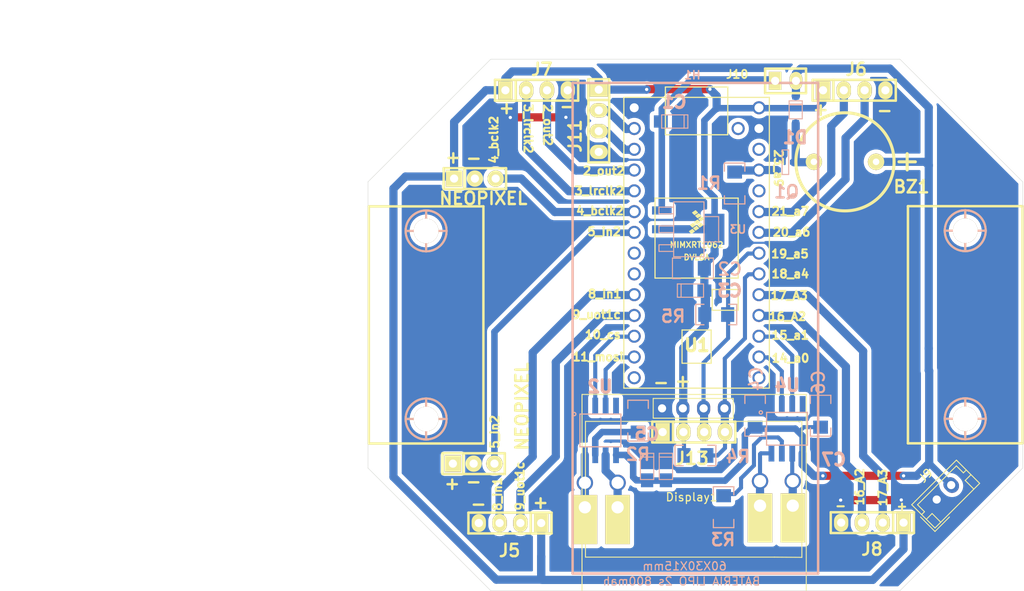
<source format=kicad_pcb>
(kicad_pcb (version 20171130) (host pcbnew "(5.1.4)-1")

  (general
    (thickness 1.6)
    (drawings 52)
    (tracks 234)
    (zones 0)
    (modules 37)
    (nets 31)
  )

  (page A4)
  (layers
    (0 F.Cu signal hide)
    (31 B.Cu signal)
    (32 B.Adhes user)
    (33 F.Adhes user)
    (34 B.Paste user)
    (35 F.Paste user)
    (36 B.SilkS user)
    (37 F.SilkS user)
    (38 B.Mask user)
    (39 F.Mask user)
    (40 Dwgs.User user)
    (41 Cmts.User user)
    (42 Eco1.User user)
    (43 Eco2.User user)
    (44 Edge.Cuts user)
    (45 Margin user)
    (46 B.CrtYd user)
    (47 F.CrtYd user)
    (48 B.Fab user)
    (49 F.Fab user)
  )

  (setup
    (last_trace_width 0.8)
    (user_trace_width 0.5)
    (user_trace_width 0.8)
    (user_trace_width 1)
    (user_trace_width 2)
    (trace_clearance 0.2)
    (zone_clearance 0.508)
    (zone_45_only no)
    (trace_min 0.2)
    (via_size 0.8)
    (via_drill 0.4)
    (via_min_size 0.4)
    (via_min_drill 0.3)
    (uvia_size 0.3)
    (uvia_drill 0.1)
    (uvias_allowed no)
    (uvia_min_size 0.2)
    (uvia_min_drill 0.1)
    (edge_width 0.05)
    (segment_width 0.2)
    (pcb_text_width 0.3)
    (pcb_text_size 1.5 1.5)
    (mod_edge_width 0.12)
    (mod_text_size 1 1)
    (mod_text_width 0.15)
    (pad_size 1.524 1.524)
    (pad_drill 0.762)
    (pad_to_mask_clearance 0)
    (aux_axis_origin 0 0)
    (visible_elements 7FFDFFFF)
    (pcbplotparams
      (layerselection 0x010fc_ffffffff)
      (usegerberextensions false)
      (usegerberattributes true)
      (usegerberadvancedattributes true)
      (creategerberjobfile true)
      (excludeedgelayer true)
      (linewidth 0.100000)
      (plotframeref false)
      (viasonmask false)
      (mode 1)
      (useauxorigin false)
      (hpglpennumber 1)
      (hpglpenspeed 20)
      (hpglpendiameter 15.000000)
      (psnegative false)
      (psa4output false)
      (plotreference true)
      (plotvalue true)
      (plotinvisibletext false)
      (padsonsilk false)
      (subtractmaskfromsilk false)
      (outputformat 1)
      (mirror false)
      (drillshape 1)
      (scaleselection 1)
      (outputdirectory ""))
  )

  (net 0 "")
  (net 1 GND)
  (net 2 /VIN)
  (net 3 /M2A)
  (net 4 /M2B)
  (net 5 /M1A)
  (net 6 /M1B)
  (net 7 "Net-(J3-Pad1)")
  (net 8 "Net-(J4-Pad1)")
  (net 9 "Net-(BZ1-Pad2)")
  (net 10 /TRIG0)
  (net 11 /ECHO0)
  (net 12 /TRIG2)
  (net 13 /ECHO2)
  (net 14 /ECHO1)
  (net 15 /TRIG1)
  (net 16 /ECHO3)
  (net 17 /TRIG3)
  (net 18 /BUZZER)
  (net 19 "Net-(C1-Pad1)")
  (net 20 /TX)
  (net 21 /RX)
  (net 22 /NEOPIXEL)
  (net 23 /SCL)
  (net 24 /SDA)
  (net 25 /NEOPIXEL1)
  (net 26 "Net-(J15-Pad1)")
  (net 27 "Net-(J16-Pad1)")
  (net 28 "Net-(R2-Pad1)")
  (net 29 "Net-(R3-Pad1)")
  (net 30 +3V3)

  (net_class Default "This is the default net class."
    (clearance 0.2)
    (trace_width 0.25)
    (via_dia 0.8)
    (via_drill 0.4)
    (uvia_dia 0.3)
    (uvia_drill 0.1)
    (add_net +3V3)
    (add_net /BUZZER)
    (add_net /ECHO0)
    (add_net /ECHO1)
    (add_net /ECHO2)
    (add_net /ECHO3)
    (add_net /M1A)
    (add_net /M1B)
    (add_net /M2A)
    (add_net /M2B)
    (add_net /NEOPIXEL)
    (add_net /NEOPIXEL1)
    (add_net /RX)
    (add_net /SCL)
    (add_net /SDA)
    (add_net /TRIG0)
    (add_net /TRIG1)
    (add_net /TRIG2)
    (add_net /TRIG3)
    (add_net /TX)
    (add_net /VIN)
    (add_net GND)
    (add_net "Net-(BZ1-Pad2)")
    (add_net "Net-(C1-Pad1)")
    (add_net "Net-(J15-Pad1)")
    (add_net "Net-(J16-Pad1)")
    (add_net "Net-(J3-Pad1)")
    (add_net "Net-(J4-Pad1)")
    (add_net "Net-(R2-Pad1)")
    (add_net "Net-(R3-Pad1)")
  )

  (module EESTN5:Bateria_Lipo_2S_800mah locked (layer B.Cu) (tedit 5FDA0178) (tstamp 5FC88E8E)
    (at 120 117.9 270)
    (descr "Bateria Lipo Velocista")
    (tags Bateria)
    (path /5FC8C238)
    (autoplace_cost180 10)
    (fp_text reference H1 (at -30.95 0.37) (layer B.SilkS)
      (effects (font (size 0.99822 0.99822) (thickness 0.19812)) (justify mirror))
    )
    (fp_text value Mounting_Hole (at 0 -7 270) (layer B.SilkS) hide
      (effects (font (size 0.99822 0.99822) (thickness 0.19812)) (justify mirror))
    )
    (fp_line (start 30 15) (end -30 15) (layer B.SilkS) (width 0.3048))
    (fp_line (start 30 -15) (end 30 15) (layer B.SilkS) (width 0.3048))
    (fp_line (start -30 -15) (end 30 -15) (layer B.SilkS) (width 0.3048))
    (fp_line (start -30 15) (end -30 -15) (layer B.SilkS) (width 0.3048))
    (fp_text user 60X30X15mm (at 29.1 1.32) (layer B.SilkS)
      (effects (font (size 1 1) (thickness 0.15)) (justify mirror))
    )
    (fp_text user "BATERIA LIPO 2s 800mah" (at 30.95 1.69) (layer B.SilkS)
      (effects (font (size 1 1) (thickness 0.15)) (justify mirror))
    )
    (model ${KISYS3DMOD}/LiPo_30x8.5x60.wrl
      (offset (xyz 0 0 5))
      (scale (xyz 1 1 1))
      (rotate (xyz 0 0 0))
    )
  )

  (module EESTN5:Pololu_Micro_Con_Soporte_Simple locked (layer F.Cu) (tedit 5FDA008B) (tstamp 5FC88EE4)
    (at 87.1 117.5 270)
    (descr "Pololu Micro Gear Motor W/Mount")
    (path /5FC8BAE6)
    (fp_text reference J2 (at 0.3175 -8.001 90) (layer F.SilkS) hide
      (effects (font (size 1.524 1.524) (thickness 0.3048)))
    )
    (fp_text value MOTOR_A (at 0.5715 -5.3975 90) (layer F.SilkS) hide
      (effects (font (size 1.524 1.524) (thickness 0.3048)))
    )
    (fp_circle (center -11.5 0) (end -9 0) (layer B.SilkS) (width 0.254))
    (fp_line (start -14 0) (end -9 0) (layer B.SilkS) (width 0.254))
    (fp_line (start -11.5 -2.5) (end -11.5 2.5) (layer B.SilkS) (width 0.254))
    (fp_circle (center -11.5 0) (end -9 0) (layer F.SilkS) (width 0.254))
    (fp_line (start -11.5 -2.5) (end -11.5 2.5) (layer F.SilkS) (width 0.254))
    (fp_line (start -14 0) (end -9 0) (layer F.SilkS) (width 0.254))
    (fp_line (start 11.5 -2.5) (end 11.5 2.5) (layer F.SilkS) (width 0.254))
    (fp_line (start 9 0) (end 14 0) (layer F.SilkS) (width 0.254))
    (fp_circle (center 11.5 0) (end 14 0) (layer F.SilkS) (width 0.254))
    (fp_circle (center 11.5 0) (end 14 0) (layer B.SilkS) (width 0.254))
    (fp_line (start 9 0) (end 14 0) (layer B.SilkS) (width 0.254))
    (fp_line (start 11.5 -2.5) (end 11.5 2.5) (layer B.SilkS) (width 0.254))
    (fp_line (start -14.5 7) (end 14.5 7) (layer F.SilkS) (width 0.3048))
    (fp_line (start 14.5 7) (end 14.5 -7) (layer F.SilkS) (width 0.3048))
    (fp_line (start 14.5 -7) (end -14.5 -7) (layer F.SilkS) (width 0.3048))
    (fp_line (start -14.5 -7) (end -14.5 7) (layer F.SilkS) (width 0.3048))
    (pad 4 thru_hole circle (at -11.5 0 270) (size 3 3) (drill 3) (layers *.Cu F.SilkS))
    (pad 1 thru_hole circle (at 11.5 0 270) (size 3 3) (drill 3) (layers *.Cu F.SilkS))
    (model ${KISYS3DMOD}/NO_Rueda_Velocista.wrl
      (at (xyz 0 0 0))
      (scale (xyz 1 1 1))
      (rotate (xyz 0 0 0))
    )
    (model ${KISYS3DMOD}/Rueda_Velocista_60mm.wrl
      (at (xyz 0 0 0))
      (scale (xyz 1 1 1))
      (rotate (xyz 0 0 0))
    )
  )

  (module EESTN5:Pololu_Micro_Con_Soporte_Simple locked (layer F.Cu) (tedit 5FDA008B) (tstamp 5FC88EB9)
    (at 152.975 117.475 90)
    (descr "Pololu Micro Gear Motor W/Mount")
    (path /5FC8B78D)
    (fp_text reference J1 (at 0.3175 -8.001 90) (layer F.SilkS) hide
      (effects (font (size 1.524 1.524) (thickness 0.3048)))
    )
    (fp_text value MOTOR_B (at 0.5715 -5.3975 90) (layer F.SilkS) hide
      (effects (font (size 1.524 1.524) (thickness 0.3048)))
    )
    (fp_circle (center -11.5 0) (end -9 0) (layer B.SilkS) (width 0.254))
    (fp_line (start -14 0) (end -9 0) (layer B.SilkS) (width 0.254))
    (fp_line (start -11.5 -2.5) (end -11.5 2.5) (layer B.SilkS) (width 0.254))
    (fp_circle (center -11.5 0) (end -9 0) (layer F.SilkS) (width 0.254))
    (fp_line (start -11.5 -2.5) (end -11.5 2.5) (layer F.SilkS) (width 0.254))
    (fp_line (start -14 0) (end -9 0) (layer F.SilkS) (width 0.254))
    (fp_line (start 11.5 -2.5) (end 11.5 2.5) (layer F.SilkS) (width 0.254))
    (fp_line (start 9 0) (end 14 0) (layer F.SilkS) (width 0.254))
    (fp_circle (center 11.5 0) (end 14 0) (layer F.SilkS) (width 0.254))
    (fp_circle (center 11.5 0) (end 14 0) (layer B.SilkS) (width 0.254))
    (fp_line (start 9 0) (end 14 0) (layer B.SilkS) (width 0.254))
    (fp_line (start 11.5 -2.5) (end 11.5 2.5) (layer B.SilkS) (width 0.254))
    (fp_line (start -14.5 7) (end 14.5 7) (layer F.SilkS) (width 0.3048))
    (fp_line (start 14.5 7) (end 14.5 -7) (layer F.SilkS) (width 0.3048))
    (fp_line (start 14.5 -7) (end -14.5 -7) (layer F.SilkS) (width 0.3048))
    (fp_line (start -14.5 -7) (end -14.5 7) (layer F.SilkS) (width 0.3048))
    (pad 4 thru_hole circle (at -11.5 0 90) (size 3 3) (drill 3) (layers *.Cu F.SilkS))
    (pad 1 thru_hole circle (at 11.5 0 90) (size 3 3) (drill 3) (layers *.Cu F.SilkS))
    (model ${KISYS3DMOD}/NO_Rueda_Velocista.wrl
      (at (xyz 0 0 0))
      (scale (xyz 1 1 1))
      (rotate (xyz 0 0 0))
    )
    (model ${KISYS3DMOD}/Rueda_Velocista_60mm.wrl
      (at (xyz 0 0 0))
      (scale (xyz 1 1 1))
      (rotate (xyz 0 0 0))
    )
  )

  (module EESTN5:128x64OLED locked (layer F.Cu) (tedit 5FD6ED5C) (tstamp 5FD6FC76)
    (at 119.55 138.3)
    (path /5FD81AE7)
    (fp_text reference Display1 (at 0 0.254) (layer F.SilkS)
      (effects (font (size 1 1) (thickness 0.15)))
    )
    (fp_text value SSD1306-SSD1306-128x64_OLED (at -7.747 -7.62) (layer F.Fab)
      (effects (font (size 1 1) (thickness 0.15)))
    )
    (fp_line (start 13.462 -9.017) (end 13.208 -9.005) (layer F.SilkS) (width 0.12))
    (fp_line (start 13.462 7.62) (end 13.462 -9.017) (layer F.SilkS) (width 0.12))
    (fp_line (start 10.122 7.595) (end 13.462 7.62) (layer F.SilkS) (width 0.12))
    (fp_line (start 10.122 -9.005) (end 13.208 -9.005) (layer F.SilkS) (width 0.12))
    (fp_line (start -4.699 -11.811) (end -4.699 -9.398) (layer F.SilkS) (width 0.12))
    (fp_line (start 5.08 -9.398) (end -4.699 -9.398) (layer F.SilkS) (width 0.12))
    (fp_line (start 5.08 -11.811) (end 5.08 -9.398) (layer F.SilkS) (width 0.12))
    (fp_line (start -4.699 -11.811) (end 5.08 -11.811) (layer F.SilkS) (width 0.12))
    (fp_line (start -12.978 -9.005) (end 10.122 -9.005) (layer F.SilkS) (width 0.12))
    (fp_line (start -12.978 7.595) (end -12.978 -9.005) (layer F.SilkS) (width 0.12))
    (fp_line (start 10.122 7.595) (end -12.978 7.595) (layer F.SilkS) (width 0.12))
    (fp_line (start -13.4 15) (end -13.4 -12.3) (layer F.SilkS) (width 0.12))
    (fp_line (start 14 15) (end -13.4 15) (layer F.SilkS) (width 0.12))
    (fp_line (start 14 -12.3) (end 14 15) (layer F.SilkS) (width 0.12))
    (fp_line (start -13.4 -12.3) (end 14 -12.3) (layer F.SilkS) (width 0.12))
    (pad 2 thru_hole oval (at -1.08 -10.6 90) (size 2 1.6) (drill 1) (layers *.Cu *.Mask)
      (net 30 +3V3))
    (pad 1 thru_hole oval (at -3.62 -10.6 90) (size 2 1.6) (drill 1) (layers *.Cu *.Mask)
      (net 1 GND))
    (pad 3 thru_hole oval (at 1.46 -10.6 90) (size 2 1.6) (drill 1) (layers *.Cu *.Mask)
      (net 23 /SCL))
    (pad 4 thru_hole oval (at 4 -10.6 90) (size 2 1.6) (drill 1) (layers *.Cu *.Mask)
      (net 24 /SDA))
    (model ${KISYS3DMOD}/128x64_I2C_OLEDDisplay_Adafruit.wrl
      (at (xyz 0 0 0))
      (scale (xyz 1 1 1))
      (rotate (xyz 0 0 0))
    )
  )

  (module EESTN5:Teensy40_B (layer F.Cu) (tedit 5FD6CDD2) (tstamp 5FD6F16C)
    (at 120.15 107.45 270)
    (descr "Sin los pines posteriores")
    (path /5FD77C20)
    (fp_text reference U1 (at 12.53 -0.04) (layer F.SilkS)
      (effects (font (size 1.5 1.5) (thickness 0.375)))
    )
    (fp_text value Teensy4.0_B (at 0 10.16 90) (layer F.Fab)
      (effects (font (size 1 1) (thickness 0.15)))
    )
    (fp_poly (pts (xy -3.937 0.127) (xy -3.683 -0.127) (xy -3.429 0.254) (xy -3.683 0.508)) (layer F.SilkS) (width 0.1))
    (fp_poly (pts (xy -3.556 -0.254) (xy -3.302 -0.508) (xy -3.048 -0.127) (xy -3.302 0.127)) (layer F.SilkS) (width 0.1))
    (fp_poly (pts (xy -1.651 0.508) (xy -1.397 0.254) (xy -1.143 0.635) (xy -1.397 0.889)) (layer F.SilkS) (width 0.1))
    (fp_poly (pts (xy -2.032 0) (xy -1.778 -0.254) (xy -1.524 0.127) (xy -1.778 0.381)) (layer F.SilkS) (width 0.1))
    (fp_poly (pts (xy -2.413 -0.508) (xy -2.159 -0.762) (xy -1.905 -0.381) (xy -2.159 -0.127)) (layer F.SilkS) (width 0.1))
    (fp_poly (pts (xy -2.413 0.381) (xy -2.159 0.127) (xy -1.905 0.508) (xy -2.159 0.762)) (layer F.SilkS) (width 0.1))
    (fp_poly (pts (xy -2.794 -0.127) (xy -2.54 -0.381) (xy -2.286 0) (xy -2.54 0.254)) (layer F.SilkS) (width 0.1))
    (fp_poly (pts (xy -3.175 -0.635) (xy -2.921 -0.889) (xy -2.667 -0.508) (xy -2.921 -0.254)) (layer F.SilkS) (width 0.1))
    (fp_line (start 5.715 -1.905) (end 5.715 -5.08) (layer F.SilkS) (width 0.15))
    (fp_line (start 8.255 -1.905) (end 5.715 -1.905) (layer F.SilkS) (width 0.15))
    (fp_line (start 8.255 -5.08) (end 8.255 -1.905) (layer F.SilkS) (width 0.15))
    (fp_line (start 5.715 -5.08) (end 8.255 -5.08) (layer F.SilkS) (width 0.15))
    (fp_line (start -17.78 8.89) (end -17.78 -8.89) (layer F.SilkS) (width 0.15))
    (fp_line (start 17.78 8.89) (end -17.78 8.89) (layer F.SilkS) (width 0.15))
    (fp_line (start 17.78 -8.89) (end 17.78 8.89) (layer F.SilkS) (width 0.15))
    (fp_line (start -17.78 -8.89) (end 17.78 -8.89) (layer F.SilkS) (width 0.15))
    (fp_line (start 4.318 5.08) (end -5.461 5.08) (layer F.SilkS) (width 0.15))
    (fp_line (start 4.318 -5.08) (end -5.461 -5.08) (layer F.SilkS) (width 0.15))
    (fp_line (start -5.461 -5.08) (end -5.461 5.08) (layer F.SilkS) (width 0.15))
    (fp_line (start 4.318 5.08) (end 4.318 -5.08) (layer F.SilkS) (width 0.15))
    (fp_line (start 10.668 -1.778) (end 14.732 -1.778) (layer F.SilkS) (width 0.15))
    (fp_line (start 10.668 1.778) (end 10.668 -1.778) (layer F.SilkS) (width 0.15))
    (fp_line (start 14.732 1.778) (end 10.668 1.778) (layer F.SilkS) (width 0.15))
    (fp_line (start 14.732 -1.778) (end 14.732 1.778) (layer F.SilkS) (width 0.15))
    (fp_line (start -13.208 3.81) (end -17.78 3.81) (layer F.SilkS) (width 0.15))
    (fp_line (start -13.208 -3.81) (end -17.78 -3.81) (layer F.SilkS) (width 0.15))
    (fp_line (start -13.208 3.81) (end -13.208 -3.81) (layer F.SilkS) (width 0.15))
    (fp_line (start -19.05 -3.81) (end -17.78 -3.81) (layer F.SilkS) (width 0.15))
    (fp_line (start -19.05 3.81) (end -19.05 -3.81) (layer F.SilkS) (width 0.15))
    (fp_line (start -17.78 3.81) (end -19.05 3.81) (layer F.SilkS) (width 0.15))
    (fp_text user DVL6A (at 1.778 0) (layer F.SilkS)
      (effects (font (size 0.7 0.7) (thickness 0.15)))
    )
    (fp_text user MIMXRT1062 (at 0.254 0) (layer F.SilkS)
      (effects (font (size 0.7 0.7) (thickness 0.15)))
    )
    (pad 1 thru_hole rect (at -16.51 7.62 270) (size 1.6 1.6) (drill 1.1) (layers *.Cu *.Mask)
      (net 1 GND))
    (pad 2 thru_hole circle (at -13.97 7.62 270) (size 1.6 1.6) (drill 1.1) (layers *.Cu *.Mask)
      (net 20 /TX))
    (pad 3 thru_hole circle (at -11.43 7.62 270) (size 1.6 1.6) (drill 1.1) (layers *.Cu *.Mask)
      (net 21 /RX))
    (pad 4 thru_hole circle (at -8.89 7.62 270) (size 1.6 1.6) (drill 1.1) (layers *.Cu *.Mask)
      (net 14 /ECHO1))
    (pad 5 thru_hole circle (at -6.35 7.62 270) (size 1.6 1.6) (drill 1.1) (layers *.Cu *.Mask)
      (net 15 /TRIG1))
    (pad 6 thru_hole circle (at -3.81 7.62 270) (size 1.6 1.6) (drill 1.1) (layers *.Cu *.Mask)
      (net 22 /NEOPIXEL))
    (pad 7 thru_hole circle (at -1.27 7.62 270) (size 1.6 1.6) (drill 1.1) (layers *.Cu *.Mask)
      (net 25 /NEOPIXEL1))
    (pad 8 thru_hole circle (at 1.27 7.62 270) (size 1.6 1.6) (drill 1.1) (layers *.Cu *.Mask))
    (pad 9 thru_hole circle (at 3.81 7.62 270) (size 1.6 1.6) (drill 1.1) (layers *.Cu *.Mask))
    (pad 10 thru_hole circle (at 6.35 7.62 270) (size 1.6 1.6) (drill 1.1) (layers *.Cu *.Mask)
      (net 11 /ECHO0))
    (pad 11 thru_hole circle (at 8.89 7.62 270) (size 1.6 1.6) (drill 1.1) (layers *.Cu *.Mask)
      (net 10 /TRIG0))
    (pad 12 thru_hole circle (at 11.43 7.62 270) (size 1.6 1.6) (drill 1.1) (layers *.Cu *.Mask)
      (net 6 /M1B))
    (pad 13 thru_hole circle (at 13.97 7.62 270) (size 1.6 1.6) (drill 1.1) (layers *.Cu *.Mask)
      (net 5 /M1A))
    (pad 34 thru_hole circle (at -13.97 -5.08 270) (size 1.6 1.6) (drill 1.1) (layers *.Cu *.Mask))
    (pad 33 thru_hole circle (at -16.51 -7.62 270) (size 1.6 1.6) (drill 1.1) (layers *.Cu *.Mask)
      (net 30 +3V3))
    (pad 32 thru_hole circle (at -13.97 -7.62 270) (size 1.6 1.6) (drill 1.1) (layers *.Cu *.Mask)
      (net 1 GND))
    (pad 31 thru_hole circle (at -11.43 -7.62 270) (size 1.6 1.6) (drill 1.1) (layers *.Cu *.Mask))
    (pad 30 thru_hole circle (at -8.89 -7.62 270) (size 1.6 1.6) (drill 1.1) (layers *.Cu *.Mask)
      (net 18 /BUZZER))
    (pad 29 thru_hole circle (at -6.35 -7.62 270) (size 1.6 1.6) (drill 1.1) (layers *.Cu *.Mask))
    (pad 28 thru_hole circle (at -3.81 -7.62 270) (size 1.6 1.6) (drill 1.1) (layers *.Cu *.Mask)
      (net 12 /TRIG2))
    (pad 27 thru_hole circle (at -1.27 -7.62 270) (size 1.6 1.6) (drill 1.1) (layers *.Cu *.Mask)
      (net 13 /ECHO2))
    (pad 26 thru_hole circle (at 1.27 -7.62 270) (size 1.6 1.6) (drill 1.1) (layers *.Cu *.Mask)
      (net 23 /SCL))
    (pad 25 thru_hole circle (at 3.81 -7.62 270) (size 1.6 1.6) (drill 1.1) (layers *.Cu *.Mask)
      (net 24 /SDA))
    (pad 24 thru_hole circle (at 6.35 -7.62 270) (size 1.6 1.6) (drill 1.1) (layers *.Cu *.Mask)
      (net 17 /TRIG3))
    (pad 23 thru_hole circle (at 8.89 -7.62 270) (size 1.6 1.6) (drill 1.1) (layers *.Cu *.Mask)
      (net 16 /ECHO3))
    (pad 22 thru_hole circle (at 11.43 -7.62 270) (size 1.6 1.6) (drill 1.1) (layers *.Cu *.Mask)
      (net 3 /M2A))
    (pad 21 thru_hole circle (at 13.97 -7.62 270) (size 1.6 1.6) (drill 1.1) (layers *.Cu *.Mask)
      (net 4 /M2B))
    (pad 14 thru_hole circle (at 16.51 7.62 270) (size 1.6 1.6) (drill 1.1) (layers *.Cu *.Mask))
    (pad 20 thru_hole circle (at 16.51 -7.62 270) (size 1.6 1.6) (drill 1.1) (layers *.Cu *.Mask))
  )

  (module EESTN5:R_1206 (layer B.Cu) (tedit 5ABB6CAB) (tstamp 5FD6F12B)
    (at 122.55 116.225 180)
    (descr "SMT resistor, 1206")
    (path /5FFAA29B)
    (fp_text reference R5 (at 5.27 -0.215 180) (layer B.SilkS)
      (effects (font (size 1.5 1.5) (thickness 0.3)) (justify mirror))
    )
    (fp_text value 10k (at 5 0 180) (layer B.SilkS) hide
      (effects (font (size 1.5 1.5) (thickness 0.3)) (justify mirror))
    )
    (fp_line (start -1.5 1.25) (end -2.5 1.25) (layer B.SilkS) (width 0.15))
    (fp_line (start -2.5 -1.25) (end -1.5 -1.25) (layer B.SilkS) (width 0.15))
    (fp_line (start -2.5 1.25) (end -2.5 -1.25) (layer B.SilkS) (width 0.15))
    (fp_line (start 2.5 -1.25) (end 2.5 1.25) (layer B.SilkS) (width 0.15))
    (fp_line (start 1.5 -1.25) (end 2.5 -1.25) (layer B.SilkS) (width 0.15))
    (fp_line (start 1.5 1.25) (end 2.5 1.25) (layer B.SilkS) (width 0.15))
    (pad 2 smd rect (at -1.397 0 180) (size 1.6002 1.8034) (layers B.Cu B.Paste B.Mask)
      (net 23 /SCL))
    (pad 1 smd rect (at 1.397 0 180) (size 1.6002 1.8034) (layers B.Cu B.Paste B.Mask)
      (net 30 +3V3))
    (model R_1206.wrl
      (at (xyz 0 0 0))
      (scale (xyz 1 1 1))
      (rotate (xyz 0 0 0))
    )
  )

  (module EESTN5:R_1206 (layer B.Cu) (tedit 5ABB6CAB) (tstamp 5FD6F11F)
    (at 120.007 133.46 180)
    (descr "SMT resistor, 1206")
    (path /5FFAA029)
    (fp_text reference R4 (at -5.193 -0.14) (layer B.SilkS)
      (effects (font (size 1.5 1.5) (thickness 0.3)) (justify mirror))
    )
    (fp_text value 10k (at 5 0) (layer B.SilkS) hide
      (effects (font (size 1.5 1.5) (thickness 0.3)) (justify mirror))
    )
    (fp_line (start -1.5 1.25) (end -2.5 1.25) (layer B.SilkS) (width 0.15))
    (fp_line (start -2.5 -1.25) (end -1.5 -1.25) (layer B.SilkS) (width 0.15))
    (fp_line (start -2.5 1.25) (end -2.5 -1.25) (layer B.SilkS) (width 0.15))
    (fp_line (start 2.5 -1.25) (end 2.5 1.25) (layer B.SilkS) (width 0.15))
    (fp_line (start 1.5 -1.25) (end 2.5 -1.25) (layer B.SilkS) (width 0.15))
    (fp_line (start 1.5 1.25) (end 2.5 1.25) (layer B.SilkS) (width 0.15))
    (pad 2 smd rect (at -1.397 0 180) (size 1.6002 1.8034) (layers B.Cu B.Paste B.Mask)
      (net 24 /SDA))
    (pad 1 smd rect (at 1.397 0 180) (size 1.6002 1.8034) (layers B.Cu B.Paste B.Mask)
      (net 30 +3V3))
    (model R_1206.wrl
      (at (xyz 0 0 0))
      (scale (xyz 1 1 1))
      (rotate (xyz 0 0 0))
    )
  )

  (module EESTN5:R_1206 (layer B.Cu) (tedit 5ABB6CAB) (tstamp 5FC89C99)
    (at 124.8 100.2 90)
    (descr "SMT resistor, 1206")
    (path /5FCA3478)
    (fp_text reference R1 (at 0.03 -3.14 180) (layer B.SilkS)
      (effects (font (size 1.5 1.5) (thickness 0.3)) (justify mirror))
    )
    (fp_text value 10k (at 5 0 90) (layer B.SilkS) hide
      (effects (font (size 1.5 1.5) (thickness 0.3)) (justify mirror))
    )
    (fp_line (start -1.5 1.25) (end -2.5 1.25) (layer B.SilkS) (width 0.15))
    (fp_line (start -2.5 -1.25) (end -1.5 -1.25) (layer B.SilkS) (width 0.15))
    (fp_line (start -2.5 1.25) (end -2.5 -1.25) (layer B.SilkS) (width 0.15))
    (fp_line (start 2.5 -1.25) (end 2.5 1.25) (layer B.SilkS) (width 0.15))
    (fp_line (start 1.5 -1.25) (end 2.5 -1.25) (layer B.SilkS) (width 0.15))
    (fp_line (start 1.5 1.25) (end 2.5 1.25) (layer B.SilkS) (width 0.15))
    (pad 1 smd rect (at 1.397 0 90) (size 1.6002 1.8034) (layers B.Cu B.Paste B.Mask)
      (net 18 /BUZZER))
    (pad 2 smd rect (at -1.397 0 90) (size 1.6002 1.8034) (layers B.Cu B.Paste B.Mask)
      (net 1 GND))
    (model R_1206.wrl
      (at (xyz 0 0 0))
      (scale (xyz 1 1 1))
      (rotate (xyz 0 0 0))
    )
  )

  (module EESTN5:pin_strip_4 (layer F.Cu) (tedit 5965754F) (tstamp 5FC8B4C8)
    (at 108.2 92.53 270)
    (descr "Pin strip 4pin")
    (tags "CONN DEV")
    (path /5FD69F4A)
    (fp_text reference J11 (at 1.86 2.9 270) (layer F.SilkS)
      (effects (font (size 1.5 1.5) (thickness 0.3)))
    )
    (fp_text value UART (at 0.254 -3.556 90) (layer F.SilkS) hide
      (effects (font (size 1.016 0.889) (thickness 0.2032)))
    )
    (fp_line (start 5.08 -1.27) (end 5.08 1.27) (layer F.SilkS) (width 0.3048))
    (fp_line (start -5.08 1.27) (end -5.08 -1.27) (layer F.SilkS) (width 0.3048))
    (fp_line (start -5.08 -1.27) (end 5.08 -1.27) (layer F.SilkS) (width 0.3048))
    (fp_line (start 5.08 1.27) (end -5.08 1.27) (layer F.SilkS) (width 0.3048))
    (fp_line (start -2.54 -1.27) (end -2.54 1.27) (layer F.SilkS) (width 0.3048))
    (pad 1 thru_hole rect (at -3.81 0 270) (size 1.75 2.2) (drill 1.00076) (layers *.Cu *.Mask F.SilkS)
      (net 30 +3V3))
    (pad 2 thru_hole oval (at -1.27 0 270) (size 1.75 2.2) (drill 1.00076) (layers *.Cu *.Mask F.SilkS)
      (net 20 /TX))
    (pad 3 thru_hole oval (at 1.27 0 270) (size 1.75 2.2) (drill 1.00076) (layers *.Cu *.Mask F.SilkS)
      (net 21 /RX))
    (pad 4 thru_hole oval (at 3.81 0 270) (size 1.75 2.2) (drill 1.00076) (layers *.Cu *.Mask F.SilkS)
      (net 1 GND))
    (model Pin_Strip_4_2.54_V.wrl
      (at (xyz 0 0 0))
      (scale (xyz 1 1 1))
      (rotate (xyz 0 0 0))
    )
  )

  (module EESTN5:pin_strip_4 (layer F.Cu) (tedit 5965754F) (tstamp 5FD66EC3)
    (at 139.41 88.8)
    (descr "Pin strip 4pin")
    (tags "CONN DEV")
    (path /5FCBB79C)
    (fp_text reference J6 (at 0.25 -2.56) (layer F.SilkS)
      (effects (font (size 1.5 1.5) (thickness 0.3)))
    )
    (fp_text value HC-SR04 (at 0.254 -3.556) (layer F.SilkS) hide
      (effects (font (size 1.016 0.889) (thickness 0.2032)))
    )
    (fp_line (start -2.54 -1.27) (end -2.54 1.27) (layer F.SilkS) (width 0.3048))
    (fp_line (start 5.08 1.27) (end -5.08 1.27) (layer F.SilkS) (width 0.3048))
    (fp_line (start -5.08 -1.27) (end 5.08 -1.27) (layer F.SilkS) (width 0.3048))
    (fp_line (start -5.08 1.27) (end -5.08 -1.27) (layer F.SilkS) (width 0.3048))
    (fp_line (start 5.08 -1.27) (end 5.08 1.27) (layer F.SilkS) (width 0.3048))
    (pad 4 thru_hole oval (at 3.81 0) (size 1.75 2.2) (drill 1.00076) (layers *.Cu *.Mask F.SilkS)
      (net 1 GND))
    (pad 3 thru_hole oval (at 1.27 0) (size 1.75 2.2) (drill 1.00076) (layers *.Cu *.Mask F.SilkS)
      (net 13 /ECHO2))
    (pad 2 thru_hole oval (at -1.27 0) (size 1.75 2.2) (drill 1.00076) (layers *.Cu *.Mask F.SilkS)
      (net 12 /TRIG2))
    (pad 1 thru_hole rect (at -3.81 0) (size 1.75 2.2) (drill 1.00076) (layers *.Cu *.Mask F.SilkS)
      (net 30 +3V3))
    (model Pin_Strip_4_2.54_V.wrl
      (at (xyz 0 0 0))
      (scale (xyz 1 1 1))
      (rotate (xyz 0 0 0))
    )
  )

  (module EESTN5:pin_strip_4 (layer F.Cu) (tedit 5965754F) (tstamp 5FD66ED0)
    (at 100.6 88.8)
    (descr "Pin strip 4pin")
    (tags "CONN DEV")
    (path /5FCB8691)
    (fp_text reference J7 (at 0.64 -2.55) (layer F.SilkS)
      (effects (font (size 1.5 1.5) (thickness 0.3)))
    )
    (fp_text value HC-SR04 (at 0.254 -3.556) (layer F.SilkS) hide
      (effects (font (size 1.016 0.889) (thickness 0.2032)))
    )
    (fp_line (start 5.08 -1.27) (end 5.08 1.27) (layer F.SilkS) (width 0.3048))
    (fp_line (start -5.08 1.27) (end -5.08 -1.27) (layer F.SilkS) (width 0.3048))
    (fp_line (start -5.08 -1.27) (end 5.08 -1.27) (layer F.SilkS) (width 0.3048))
    (fp_line (start 5.08 1.27) (end -5.08 1.27) (layer F.SilkS) (width 0.3048))
    (fp_line (start -2.54 -1.27) (end -2.54 1.27) (layer F.SilkS) (width 0.3048))
    (pad 1 thru_hole rect (at -3.81 0) (size 1.75 2.2) (drill 1.00076) (layers *.Cu *.Mask F.SilkS)
      (net 30 +3V3))
    (pad 2 thru_hole oval (at -1.27 0) (size 1.75 2.2) (drill 1.00076) (layers *.Cu *.Mask F.SilkS)
      (net 15 /TRIG1))
    (pad 3 thru_hole oval (at 1.27 0) (size 1.75 2.2) (drill 1.00076) (layers *.Cu *.Mask F.SilkS)
      (net 14 /ECHO1))
    (pad 4 thru_hole oval (at 3.81 0) (size 1.75 2.2) (drill 1.00076) (layers *.Cu *.Mask F.SilkS)
      (net 1 GND))
    (model Pin_Strip_4_2.54_V.wrl
      (at (xyz 0 0 0))
      (scale (xyz 1 1 1))
      (rotate (xyz 0 0 0))
    )
  )

  (module EESTN5:Pin_Strip_3 (layer F.Cu) (tedit 5B0FC7A5) (tstamp 5FD66EE9)
    (at 93.06 99.6)
    (descr "Pin strip 3x2pin")
    (tags "CONN DEV")
    (path /5FD97C02)
    (fp_text reference J12 (at 0 -2.7) (layer F.SilkS) hide
      (effects (font (size 1.5 1.5) (thickness 0.3)))
    )
    (fp_text value LEDS (at 0.2 -4.2) (layer F.SilkS) hide
      (effects (font (size 1.016 0.889) (thickness 0.2032)))
    )
    (fp_line (start -3.81 -1.27) (end -3.81 1.27) (layer F.SilkS) (width 0.3048))
    (fp_line (start -1.27 -1.27) (end -1.27 1.27) (layer F.SilkS) (width 0.3048))
    (fp_line (start -3.81 -1.27) (end 3.81 -1.27) (layer F.SilkS) (width 0.3048))
    (fp_line (start 3.81 1.27) (end -3.81 1.27) (layer F.SilkS) (width 0.3048))
    (fp_line (start 3.81 -1.27) (end 3.81 1.27) (layer F.SilkS) (width 0.3048))
    (pad 1 thru_hole rect (at -2.54 0) (size 2 2) (drill 1) (layers *.Cu *.Mask F.SilkS)
      (net 30 +3V3))
    (pad 2 thru_hole oval (at 0 0) (size 2 2) (drill 1) (layers *.Cu *.Mask F.SilkS)
      (net 1 GND))
    (pad 3 thru_hole oval (at 2.54 0) (size 2 2) (drill 1) (layers *.Cu *.Mask F.SilkS)
      (net 22 /NEOPIXEL))
    (model Pin_Strip_3_2.54.wrl
      (at (xyz 0 0 0))
      (scale (xyz 1 1 1))
      (rotate (xyz 0 0 0))
    )
  )

  (module EESTN5:Buzzer_12mm (layer F.Cu) (tedit 5ABB6D18) (tstamp 5FD6FE46)
    (at 138.28 97.55)
    (descr "Buzzer, TMB")
    (tags Buzzer)
    (path /5FCA29B4)
    (autoplace_cost180 10)
    (fp_text reference BZ1 (at 8.13 3.05) (layer F.SilkS)
      (effects (font (size 1.5 1.5) (thickness 0.3)))
    )
    (fp_text value Buzzer (at 0 7) (layer F.SilkS) hide
      (effects (font (size 1.5 1.5) (thickness 0.3)))
    )
    (fp_circle (center 0 0) (end -6 0) (layer F.SilkS) (width 0.37846))
    (fp_line (start 7.6 1) (end 7.6 -1) (layer F.SilkS) (width 0.37846))
    (fp_line (start 6.6 0) (end 8.6 0) (layer F.SilkS) (width 0.37846))
    (pad 2 thru_hole circle (at -3.8 0) (size 2 2) (drill 0.8) (layers *.Cu *.Mask F.SilkS)
      (net 9 "Net-(BZ1-Pad2)"))
    (pad 1 thru_hole circle (at 3.8 0) (size 2 2) (drill 0.8) (layers *.Cu *.Mask F.SilkS)
      (net 2 /VIN))
    (model Buzzer_12mm.wrl
      (at (xyz 0 0 0))
      (scale (xyz 1 1 1))
      (rotate (xyz 0 0 0))
    )
  )

  (module EESTN5:sod123 (layer B.Cu) (tedit 5C34F3B7) (tstamp 5FD6FE28)
    (at 132.26 91.19 90)
    (descr SOD123)
    (path /5FCA3D27)
    (fp_text reference D1 (at -3.38 -0.07 180) (layer B.SilkS)
      (effects (font (size 1.5 1.5) (thickness 0.375)) (justify mirror))
    )
    (fp_text value DIODE (at 0 -1.19888 90) (layer B.SilkS) hide
      (effects (font (size 0.4 0.4) (thickness 0.1)) (justify mirror))
    )
    (fp_line (start -1.1 -0.8) (end -1.1 0.8002) (layer B.SilkS) (width 0.127))
    (fp_line (start 1.1 -0.8) (end -1.1 -0.8) (layer B.SilkS) (width 0.127))
    (fp_line (start 1.09954 0.8001) (end 1.09954 -0.8001) (layer B.SilkS) (width 0.127))
    (fp_line (start -1.1 0.8) (end 1.1 0.8) (layer B.SilkS) (width 0.127))
    (fp_line (start 0.70076 0.8001) (end 0.70076 -0.8001) (layer B.SilkS) (width 0.127))
    (fp_line (start 0.59916 -0.8001) (end 0.59916 0.8001) (layer B.SilkS) (width 0.127))
    (pad 2 smd rect (at 1.67386 0 90) (size 0.8509 0.8509) (layers B.Cu B.Paste B.Mask)
      (net 2 /VIN))
    (pad 1 smd rect (at -1.67386 0 90) (size 0.8509 0.8509) (layers B.Cu B.Paste B.Mask)
      (net 9 "Net-(BZ1-Pad2)"))
    (model sod123.wrl
      (at (xyz 0 0 0))
      (scale (xyz 1 1 1))
      (rotate (xyz 0 0 0))
    )
  )

  (module EESTN5:SOT23 (layer B.Cu) (tedit 5AC2FA45) (tstamp 5FD67E5F)
    (at 131 97.6 90)
    (descr SOT23)
    (path /5FCA2F75)
    (fp_text reference Q1 (at -3.62 0.14) (layer B.SilkS)
      (effects (font (size 1.5 1.5) (thickness 0.3)) (justify mirror))
    )
    (fp_text value 2N7002 (at 0 -3 90) (layer B.SilkS) hide
      (effects (font (size 1.5 1.5) (thickness 0.3)) (justify mirror))
    )
    (fp_line (start -1.5 -0.4) (end -1.5 0.4) (layer B.SilkS) (width 0.127))
    (fp_line (start 1.5 -0.4) (end -1.4972 -0.4) (layer B.SilkS) (width 0.127))
    (fp_line (start 1.5 0.4) (end 1.5 -0.4) (layer B.SilkS) (width 0.127))
    (fp_line (start -1.4972 0.4) (end 1.5 0.4) (layer B.SilkS) (width 0.127))
    (pad 1 smd rect (at -0.9525 -1.05664 90) (size 0.59944 1.00076) (layers B.Cu B.Paste B.Mask)
      (net 18 /BUZZER))
    (pad 2 smd rect (at 0 1.05664 90) (size 0.59944 1.00076) (layers B.Cu B.Paste B.Mask)
      (net 9 "Net-(BZ1-Pad2)"))
    (pad 3 smd rect (at 0.9525 -1.05664 90) (size 0.59944 1.00076) (layers B.Cu B.Paste B.Mask)
      (net 1 GND))
    (model SOT-23.wrl
      (at (xyz 0 0 0))
      (scale (xyz 1 1 1))
      (rotate (xyz 0 0 0))
    )
  )

  (module EESTN5:Pin_Strip_3 (layer F.Cu) (tedit 5B0FC7A5) (tstamp 5FD6A521)
    (at 92.91 134.46)
    (descr "Pin strip 3x2pin")
    (tags "CONN DEV")
    (path /5FE32101)
    (fp_text reference J14 (at 0 -2.7) (layer F.SilkS) hide
      (effects (font (size 1.5 1.5) (thickness 0.3)))
    )
    (fp_text value LEDS (at 0.2 -4.2) (layer F.SilkS) hide
      (effects (font (size 1.016 0.889) (thickness 0.2032)))
    )
    (fp_line (start -3.81 -1.27) (end -3.81 1.27) (layer F.SilkS) (width 0.3048))
    (fp_line (start -1.27 -1.27) (end -1.27 1.27) (layer F.SilkS) (width 0.3048))
    (fp_line (start -3.81 -1.27) (end 3.81 -1.27) (layer F.SilkS) (width 0.3048))
    (fp_line (start 3.81 1.27) (end -3.81 1.27) (layer F.SilkS) (width 0.3048))
    (fp_line (start 3.81 -1.27) (end 3.81 1.27) (layer F.SilkS) (width 0.3048))
    (pad 1 thru_hole rect (at -2.54 0) (size 2 2) (drill 1) (layers *.Cu *.Mask F.SilkS))
    (pad 2 thru_hole oval (at 0 0) (size 2 2) (drill 1) (layers *.Cu *.Mask F.SilkS)
      (net 1 GND))
    (pad 3 thru_hole oval (at 2.54 0) (size 2 2) (drill 1) (layers *.Cu *.Mask F.SilkS)
      (net 25 /NEOPIXEL1))
    (model Pin_Strip_3_2.54.wrl
      (at (xyz 0 0 0))
      (scale (xyz 1 1 1))
      (rotate (xyz 0 0 0))
    )
  )

  (module EESTN5:pin_strip_4 (layer F.Cu) (tedit 5965754F) (tstamp 5FD6AC5E)
    (at 97.35 141.725 180)
    (descr "Pin strip 4pin")
    (tags "CONN DEV")
    (path /5FCAF791)
    (fp_text reference J5 (at 0.05 -3.365) (layer F.SilkS)
      (effects (font (size 1.5 1.5) (thickness 0.3)))
    )
    (fp_text value HC-SR04 (at 0.254 -3.556) (layer F.SilkS) hide
      (effects (font (size 1.016 0.889) (thickness 0.2032)))
    )
    (fp_line (start 5.08 -1.27) (end 5.08 1.27) (layer F.SilkS) (width 0.3048))
    (fp_line (start -5.08 1.27) (end -5.08 -1.27) (layer F.SilkS) (width 0.3048))
    (fp_line (start -5.08 -1.27) (end 5.08 -1.27) (layer F.SilkS) (width 0.3048))
    (fp_line (start 5.08 1.27) (end -5.08 1.27) (layer F.SilkS) (width 0.3048))
    (fp_line (start -2.54 -1.27) (end -2.54 1.27) (layer F.SilkS) (width 0.3048))
    (pad 1 thru_hole rect (at -3.81 0 180) (size 1.75 2.2) (drill 1.00076) (layers *.Cu *.Mask F.SilkS)
      (net 30 +3V3))
    (pad 2 thru_hole oval (at -1.27 0 180) (size 1.75 2.2) (drill 1.00076) (layers *.Cu *.Mask F.SilkS)
      (net 10 /TRIG0))
    (pad 3 thru_hole oval (at 1.27 0 180) (size 1.75 2.2) (drill 1.00076) (layers *.Cu *.Mask F.SilkS)
      (net 11 /ECHO0))
    (pad 4 thru_hole oval (at 3.81 0 180) (size 1.75 2.2) (drill 1.00076) (layers *.Cu *.Mask F.SilkS)
      (net 1 GND))
    (model Pin_Strip_4_2.54_V.wrl
      (at (xyz 0 0 0))
      (scale (xyz 1 1 1))
      (rotate (xyz 0 0 0))
    )
  )

  (module EESTN5:pin_strip_4 (layer F.Cu) (tedit 5965754F) (tstamp 5FD6AC6B)
    (at 141.625 141.675 180)
    (descr "Pin strip 4pin")
    (tags "CONN DEV")
    (path /5FCBB920)
    (fp_text reference J8 (at 0.045 -3.245) (layer F.SilkS)
      (effects (font (size 1.5 1.5) (thickness 0.3)))
    )
    (fp_text value HC-SR04 (at 0.254 -3.556) (layer F.SilkS) hide
      (effects (font (size 1.016 0.889) (thickness 0.2032)))
    )
    (fp_line (start 5.08 -1.27) (end 5.08 1.27) (layer F.SilkS) (width 0.3048))
    (fp_line (start -5.08 1.27) (end -5.08 -1.27) (layer F.SilkS) (width 0.3048))
    (fp_line (start -5.08 -1.27) (end 5.08 -1.27) (layer F.SilkS) (width 0.3048))
    (fp_line (start 5.08 1.27) (end -5.08 1.27) (layer F.SilkS) (width 0.3048))
    (fp_line (start -2.54 -1.27) (end -2.54 1.27) (layer F.SilkS) (width 0.3048))
    (pad 1 thru_hole rect (at -3.81 0 180) (size 1.75 2.2) (drill 1.00076) (layers *.Cu *.Mask F.SilkS)
      (net 30 +3V3))
    (pad 2 thru_hole oval (at -1.27 0 180) (size 1.75 2.2) (drill 1.00076) (layers *.Cu *.Mask F.SilkS)
      (net 17 /TRIG3))
    (pad 3 thru_hole oval (at 1.27 0 180) (size 1.75 2.2) (drill 1.00076) (layers *.Cu *.Mask F.SilkS)
      (net 16 /ECHO3))
    (pad 4 thru_hole oval (at 3.81 0 180) (size 1.75 2.2) (drill 1.00076) (layers *.Cu *.Mask F.SilkS)
      (net 1 GND))
    (model Pin_Strip_4_2.54_V.wrl
      (at (xyz 0 0 0))
      (scale (xyz 1 1 1))
      (rotate (xyz 0 0 0))
    )
  )

  (module EESTN5:pin_strip_4 (layer F.Cu) (tedit 5965754F) (tstamp 5FD6AC78)
    (at 119.81 130.6)
    (descr "Pin strip 4pin")
    (tags "CONN DEV")
    (path /5FE04B34)
    (fp_text reference J13 (at -0.2032 3.2258) (layer F.SilkS)
      (effects (font (size 1.5 1.5) (thickness 0.3)))
    )
    (fp_text value I2C (at 0.254 -3.556) (layer F.SilkS) hide
      (effects (font (size 1.016 0.889) (thickness 0.2032)))
    )
    (fp_line (start -2.54 -1.27) (end -2.54 1.27) (layer F.SilkS) (width 0.3048))
    (fp_line (start 5.08 1.27) (end -5.08 1.27) (layer F.SilkS) (width 0.3048))
    (fp_line (start -5.08 -1.27) (end 5.08 -1.27) (layer F.SilkS) (width 0.3048))
    (fp_line (start -5.08 1.27) (end -5.08 -1.27) (layer F.SilkS) (width 0.3048))
    (fp_line (start 5.08 -1.27) (end 5.08 1.27) (layer F.SilkS) (width 0.3048))
    (pad 4 thru_hole oval (at 3.81 0) (size 1.75 2.2) (drill 1.00076) (layers *.Cu *.Mask F.SilkS)
      (net 24 /SDA))
    (pad 3 thru_hole oval (at 1.27 0) (size 1.75 2.2) (drill 1.00076) (layers *.Cu *.Mask F.SilkS)
      (net 23 /SCL))
    (pad 2 thru_hole oval (at -1.27 0) (size 1.75 2.2) (drill 1.00076) (layers *.Cu *.Mask F.SilkS)
      (net 30 +3V3))
    (pad 1 thru_hole rect (at -3.81 0) (size 1.75 2.2) (drill 1.00076) (layers *.Cu *.Mask F.SilkS)
      (net 1 GND))
    (model Pin_Strip_4_2.54_V.wrl
      (at (xyz 0 0 0))
      (scale (xyz 1 1 1))
      (rotate (xyz 0 0 0))
    )
  )

  (module EESTN5:C_1206 (layer B.Cu) (tedit 59FBD6C1) (tstamp 5FD6AE70)
    (at 127.3 128.6 270)
    (descr "SMT capacitor, 1206")
    (path /5FEEA70C)
    (fp_text reference C4 (at -4.51 -0.12 90) (layer B.SilkS)
      (effects (font (size 1.524 1.524) (thickness 0.254)) (justify mirror))
    )
    (fp_text value 100nf (at 0 -1.27 90) (layer B.SilkS) hide
      (effects (font (size 0.50038 0.50038) (thickness 0.11938)) (justify mirror))
    )
    (fp_line (start 2.5 -1.25) (end 2.5 1.25) (layer B.SilkS) (width 0.127))
    (fp_line (start -2.5 1.25) (end -2.5 -1.25) (layer B.SilkS) (width 0.127))
    (fp_line (start -1.5 -1.25) (end -2.5 -1.25) (layer B.SilkS) (width 0.15))
    (fp_line (start -1.5 1.25) (end -2.5 1.25) (layer B.SilkS) (width 0.15))
    (fp_line (start 1.5 1.25) (end 2.5 1.25) (layer B.SilkS) (width 0.15))
    (fp_line (start 1.5 -1.25) (end 2.5 -1.25) (layer B.SilkS) (width 0.15))
    (pad 1 smd rect (at 1.397 0 270) (size 1.6002 1.8034) (layers B.Cu B.Paste B.Mask)
      (net 2 /VIN))
    (pad 2 smd rect (at -1.397 0 270) (size 1.6002 1.8034) (layers B.Cu B.Paste B.Mask)
      (net 1 GND))
    (model C_1206.wrl
      (at (xyz 0 0 0))
      (scale (xyz 1 1 1))
      (rotate (xyz 0 0 0))
    )
  )

  (module EESTN5:CAP_TAN_A (layer B.Cu) (tedit 582AE6CB) (tstamp 5FD6AE7B)
    (at 114.1 134.8 90)
    (descr "SMT capacitor, tantalum size A")
    (path /5FEEAD4C)
    (fp_text reference C5 (at 3.96 -0.03) (layer B.SilkS)
      (effects (font (size 1.5 1.5) (thickness 0.375)) (justify mirror))
    )
    (fp_text value 100uf (at 0 -1.27 90) (layer B.SilkS) hide
      (effects (font (size 0.50038 0.50038) (thickness 0.11938)) (justify mirror))
    )
    (fp_line (start 1.6002 0.8128) (end -1.6002 0.8128) (layer B.SilkS) (width 0.127))
    (fp_line (start 1.6002 -0.8128) (end 1.6002 0.8128) (layer B.SilkS) (width 0.127))
    (fp_line (start -1.6002 -0.8128) (end 1.6002 -0.8128) (layer B.SilkS) (width 0.127))
    (fp_line (start -1.6002 0.8128) (end -1.6002 -0.8128) (layer B.SilkS) (width 0.127))
    (fp_line (start 1.143 -0.8128) (end 1.143 0.8128) (layer B.SilkS) (width 0.127))
    (pad 2 smd rect (at 1.7 0 90) (size 1.7 1.5) (layers B.Cu B.Paste B.Mask)
      (net 1 GND))
    (pad 1 smd rect (at -1.7 0 90) (size 1.7 1.5) (layers B.Cu B.Paste B.Mask)
      (net 2 /VIN))
    (model CAP_TAN_A.wrl
      (at (xyz 0 0 0))
      (scale (xyz 1 1 1))
      (rotate (xyz 0 0 0))
    )
  )

  (module EESTN5:C_1206 (layer B.Cu) (tedit 59FBD6C1) (tstamp 5FD6AE87)
    (at 135.3 128.603 270)
    (descr "SMT capacitor, 1206")
    (path /5FF25413)
    (fp_text reference C6 (at -4.08 0.27 90) (layer B.SilkS)
      (effects (font (size 1.524 1.524) (thickness 0.254)) (justify mirror))
    )
    (fp_text value 100nF (at 0 -1.27 90) (layer B.SilkS) hide
      (effects (font (size 0.50038 0.50038) (thickness 0.11938)) (justify mirror))
    )
    (fp_line (start 1.5 -1.25) (end 2.5 -1.25) (layer B.SilkS) (width 0.15))
    (fp_line (start 1.5 1.25) (end 2.5 1.25) (layer B.SilkS) (width 0.15))
    (fp_line (start -1.5 1.25) (end -2.5 1.25) (layer B.SilkS) (width 0.15))
    (fp_line (start -1.5 -1.25) (end -2.5 -1.25) (layer B.SilkS) (width 0.15))
    (fp_line (start -2.5 1.25) (end -2.5 -1.25) (layer B.SilkS) (width 0.127))
    (fp_line (start 2.5 -1.25) (end 2.5 1.25) (layer B.SilkS) (width 0.127))
    (pad 2 smd rect (at -1.397 0 270) (size 1.6002 1.8034) (layers B.Cu B.Paste B.Mask)
      (net 1 GND))
    (pad 1 smd rect (at 1.397 0 270) (size 1.6002 1.8034) (layers B.Cu B.Paste B.Mask)
      (net 2 /VIN))
    (model C_1206.wrl
      (at (xyz 0 0 0))
      (scale (xyz 1 1 1))
      (rotate (xyz 0 0 0))
    )
  )

  (module EESTN5:CAP_TAN_A (layer B.Cu) (tedit 582AE6CB) (tstamp 5FD6AE92)
    (at 116.4 134.8 90)
    (descr "SMT capacitor, tantalum size A")
    (path /5FF2541D)
    (fp_text reference C7 (at 0.82 20.51) (layer B.SilkS)
      (effects (font (size 1.5 1.5) (thickness 0.375)) (justify mirror))
    )
    (fp_text value 100uF (at 0 -1.27 90) (layer B.SilkS) hide
      (effects (font (size 0.50038 0.50038) (thickness 0.11938)) (justify mirror))
    )
    (fp_line (start 1.143 -0.8128) (end 1.143 0.8128) (layer B.SilkS) (width 0.127))
    (fp_line (start -1.6002 0.8128) (end -1.6002 -0.8128) (layer B.SilkS) (width 0.127))
    (fp_line (start -1.6002 -0.8128) (end 1.6002 -0.8128) (layer B.SilkS) (width 0.127))
    (fp_line (start 1.6002 -0.8128) (end 1.6002 0.8128) (layer B.SilkS) (width 0.127))
    (fp_line (start 1.6002 0.8128) (end -1.6002 0.8128) (layer B.SilkS) (width 0.127))
    (pad 1 smd rect (at -1.7 0 90) (size 1.7 1.5) (layers B.Cu B.Paste B.Mask)
      (net 2 /VIN))
    (pad 2 smd rect (at 1.7 0 90) (size 1.7 1.5) (layers B.Cu B.Paste B.Mask)
      (net 1 GND))
    (model CAP_TAN_A.wrl
      (at (xyz 0 0 0))
      (scale (xyz 1 1 1))
      (rotate (xyz 0 0 0))
    )
  )

  (module EESTN5:Cable_Doble_1,5mm (layer F.Cu) (tedit 5AD4FAC2) (tstamp 5FD6AE99)
    (at 106.5 139.8)
    (descr "Cable doble 1,5mm")
    (path /5FEDFDF4)
    (fp_text reference J3 (at -3 -5) (layer F.SilkS) hide
      (effects (font (size 1.524 1.524) (thickness 0.3048)))
    )
    (fp_text value HEADER_1 (at 4.826 0) (layer F.SilkS) hide
      (effects (font (size 1.524 1.524) (thickness 0.3048)))
    )
    (pad 1 thru_hole rect (at 0 0) (size 3 6) (drill 1.5 (offset 0 1.5)) (layers *.Cu F.SilkS)
      (net 7 "Net-(J3-Pad1)"))
    (pad 1 thru_hole circle (at 0 0) (size 1.524 1.524) (drill 0.762) (layers *.Cu *.Mask)
      (net 7 "Net-(J3-Pad1)"))
    (pad 1 thru_hole circle (at 0 -3) (size 2 2) (drill 1.5) (layers *.Cu *.Mask)
      (net 7 "Net-(J3-Pad1)"))
  )

  (module EESTN5:Cable_Doble_1,5mm (layer F.Cu) (tedit 5AD4FAC2) (tstamp 5FD6AEA0)
    (at 110.5 139.8)
    (descr "Cable doble 1,5mm")
    (path /5FEDFF63)
    (fp_text reference J4 (at -3 -5) (layer F.SilkS) hide
      (effects (font (size 1.524 1.524) (thickness 0.3048)))
    )
    (fp_text value HEADER_1 (at 4.826 0) (layer F.SilkS) hide
      (effects (font (size 1.524 1.524) (thickness 0.3048)))
    )
    (pad 1 thru_hole circle (at 0 -3) (size 2 2) (drill 1.5) (layers *.Cu *.Mask)
      (net 8 "Net-(J4-Pad1)"))
    (pad 1 thru_hole circle (at 0 0) (size 1.524 1.524) (drill 0.762) (layers *.Cu *.Mask)
      (net 8 "Net-(J4-Pad1)"))
    (pad 1 thru_hole rect (at 0 0) (size 3 6) (drill 1.5 (offset 0 1.5)) (layers *.Cu F.SilkS)
      (net 8 "Net-(J4-Pad1)"))
  )

  (module EESTN5:Cable_Doble_1,5mm (layer F.Cu) (tedit 5AD4FAC2) (tstamp 5FD6AEA7)
    (at 127.9 139.6)
    (descr "Cable doble 1,5mm")
    (path /5FF253FD)
    (fp_text reference J15 (at -3 -5) (layer F.SilkS) hide
      (effects (font (size 1.524 1.524) (thickness 0.3048)))
    )
    (fp_text value HEADER_1 (at 4.826 0) (layer F.SilkS) hide
      (effects (font (size 1.524 1.524) (thickness 0.3048)))
    )
    (pad 1 thru_hole circle (at 0 -3) (size 2 2) (drill 1.5) (layers *.Cu *.Mask)
      (net 26 "Net-(J15-Pad1)"))
    (pad 1 thru_hole circle (at 0 0) (size 1.524 1.524) (drill 0.762) (layers *.Cu *.Mask)
      (net 26 "Net-(J15-Pad1)"))
    (pad 1 thru_hole rect (at 0 0) (size 3 6) (drill 1.5 (offset 0 1.5)) (layers *.Cu F.SilkS)
      (net 26 "Net-(J15-Pad1)"))
  )

  (module EESTN5:Cable_Doble_1,5mm (layer F.Cu) (tedit 5AD4FAC2) (tstamp 5FD6AEAE)
    (at 131.9 139.6)
    (descr "Cable doble 1,5mm")
    (path /5FF25407)
    (fp_text reference J16 (at -3 -5) (layer F.SilkS) hide
      (effects (font (size 1.524 1.524) (thickness 0.3048)))
    )
    (fp_text value HEADER_1 (at 4.826 0) (layer F.SilkS) hide
      (effects (font (size 1.524 1.524) (thickness 0.3048)))
    )
    (pad 1 thru_hole rect (at 0 0) (size 3 6) (drill 1.5 (offset 0 1.5)) (layers *.Cu F.SilkS)
      (net 27 "Net-(J16-Pad1)"))
    (pad 1 thru_hole circle (at 0 0) (size 1.524 1.524) (drill 0.762) (layers *.Cu *.Mask)
      (net 27 "Net-(J16-Pad1)"))
    (pad 1 thru_hole circle (at 0 -3) (size 2 2) (drill 1.5) (layers *.Cu *.Mask)
      (net 27 "Net-(J16-Pad1)"))
  )

  (module EESTN5:R_1206 (layer B.Cu) (tedit 5ABB6CAB) (tstamp 5FD6AEBA)
    (at 113 129.203 270)
    (descr "SMT resistor, 1206")
    (path /5FF05EBC)
    (fp_text reference R2 (at 4.117 0.03) (layer B.SilkS)
      (effects (font (size 1.5 1.5) (thickness 0.3)) (justify mirror))
    )
    (fp_text value 0,25 (at 5 0 90) (layer B.SilkS) hide
      (effects (font (size 1.5 1.5) (thickness 0.3)) (justify mirror))
    )
    (fp_line (start -1.5 1.25) (end -2.5 1.25) (layer B.SilkS) (width 0.15))
    (fp_line (start -2.5 -1.25) (end -1.5 -1.25) (layer B.SilkS) (width 0.15))
    (fp_line (start -2.5 1.25) (end -2.5 -1.25) (layer B.SilkS) (width 0.15))
    (fp_line (start 2.5 -1.25) (end 2.5 1.25) (layer B.SilkS) (width 0.15))
    (fp_line (start 1.5 -1.25) (end 2.5 -1.25) (layer B.SilkS) (width 0.15))
    (fp_line (start 1.5 1.25) (end 2.5 1.25) (layer B.SilkS) (width 0.15))
    (pad 1 smd rect (at 1.397 0 270) (size 1.6002 1.8034) (layers B.Cu B.Paste B.Mask)
      (net 28 "Net-(R2-Pad1)"))
    (pad 2 smd rect (at -1.397 0 270) (size 1.6002 1.8034) (layers B.Cu B.Paste B.Mask)
      (net 1 GND))
    (model R_1206.wrl
      (at (xyz 0 0 0))
      (scale (xyz 1 1 1))
      (rotate (xyz 0 0 0))
    )
  )

  (module EESTN5:R_1206 (layer B.Cu) (tedit 5ABB6CAB) (tstamp 5FD6AEC6)
    (at 123.45 139.783 90)
    (descr "SMT resistor, 1206")
    (path /5FF25444)
    (fp_text reference R3 (at -3.977 -0.07 180) (layer B.SilkS)
      (effects (font (size 1.5 1.5) (thickness 0.3)) (justify mirror))
    )
    (fp_text value 0,25 (at 5 0 90) (layer B.SilkS) hide
      (effects (font (size 1.5 1.5) (thickness 0.3)) (justify mirror))
    )
    (fp_line (start 1.5 1.25) (end 2.5 1.25) (layer B.SilkS) (width 0.15))
    (fp_line (start 1.5 -1.25) (end 2.5 -1.25) (layer B.SilkS) (width 0.15))
    (fp_line (start 2.5 -1.25) (end 2.5 1.25) (layer B.SilkS) (width 0.15))
    (fp_line (start -2.5 1.25) (end -2.5 -1.25) (layer B.SilkS) (width 0.15))
    (fp_line (start -2.5 -1.25) (end -1.5 -1.25) (layer B.SilkS) (width 0.15))
    (fp_line (start -1.5 1.25) (end -2.5 1.25) (layer B.SilkS) (width 0.15))
    (pad 2 smd rect (at -1.397 0 90) (size 1.6002 1.8034) (layers B.Cu B.Paste B.Mask)
      (net 1 GND))
    (pad 1 smd rect (at 1.397 0 90) (size 1.6002 1.8034) (layers B.Cu B.Paste B.Mask)
      (net 29 "Net-(R3-Pad1)"))
    (model R_1206.wrl
      (at (xyz 0 0 0))
      (scale (xyz 1 1 1))
      (rotate (xyz 0 0 0))
    )
  )

  (module EESTN5:SSOP-8 (layer B.Cu) (tedit 5ACEC810) (tstamp 5FD6AED7)
    (at 108.4 130.4)
    (descr "SOIC PowerPad, 8 pins")
    (path /5FEBADE6)
    (fp_text reference U2 (at -0.06 -5.36) (layer B.SilkS)
      (effects (font (size 1.5 1.5) (thickness 0.375)) (justify mirror))
    )
    (fp_text value DRV8872 (at 0 -0.6) (layer B.SilkS) hide
      (effects (font (size 0.7493 0.7493) (thickness 0.14986)) (justify mirror))
    )
    (fp_line (start -2.5 2) (end -2.5 -2) (layer B.SilkS) (width 0.15))
    (fp_line (start 2.5 2) (end 2.5 -2) (layer B.SilkS) (width 0.15))
    (fp_line (start -2.5 -2) (end 2.5 -2) (layer B.SilkS) (width 0.15))
    (fp_line (start 2.5 2) (end -2.5 2) (layer B.SilkS) (width 0.15))
    (fp_circle (center -3.2 -2) (end -3 -2) (layer B.SilkS) (width 0.15))
    (pad 1 smd rect (at -1.905 -3) (size 0.7112 2) (layers B.Cu B.Paste B.Mask)
      (net 1 GND))
    (pad 2 smd rect (at -0.635 -3) (size 0.7112 2) (layers B.Cu B.Paste B.Mask)
      (net 6 /M1B))
    (pad 3 smd rect (at 0.635 -3) (size 0.7112 2) (layers B.Cu B.Paste B.Mask)
      (net 5 /M1A))
    (pad 4 smd rect (at 1.905 -3) (size 0.7112 2) (layers B.Cu B.Paste B.Mask))
    (pad 5 smd rect (at 1.905 3 180) (size 0.7112 2) (layers B.Cu B.Paste B.Mask)
      (net 2 /VIN))
    (pad 6 smd rect (at 0.635 3 180) (size 0.7112 2) (layers B.Cu B.Paste B.Mask)
      (net 8 "Net-(J4-Pad1)"))
    (pad 7 smd rect (at -0.635 3 180) (size 0.7112 2) (layers B.Cu B.Paste B.Mask)
      (net 28 "Net-(R2-Pad1)"))
    (pad 8 smd rect (at -1.905 3 180) (size 0.7112 2) (layers B.Cu B.Paste B.Mask)
      (net 7 "Net-(J3-Pad1)"))
    (model SSOP-8.wrl
      (at (xyz 0 0 0))
      (scale (xyz 1 1 1))
      (rotate (xyz 0 0 0))
    )
  )

  (module EESTN5:SSOP-8 (layer B.Cu) (tedit 5ACEC810) (tstamp 5FD6AEE8)
    (at 131.2 130.2)
    (descr "SOIC PowerPad, 8 pins")
    (path /5FF252D9)
    (fp_text reference U4 (at 0.01 -5.34) (layer B.SilkS)
      (effects (font (size 1.5 1.5) (thickness 0.375)) (justify mirror))
    )
    (fp_text value DRV8872 (at 0 -0.6) (layer B.SilkS) hide
      (effects (font (size 0.7493 0.7493) (thickness 0.14986)) (justify mirror))
    )
    (fp_circle (center -3.2 -2) (end -3 -2) (layer B.SilkS) (width 0.15))
    (fp_line (start 2.5 2) (end -2.5 2) (layer B.SilkS) (width 0.15))
    (fp_line (start -2.5 -2) (end 2.5 -2) (layer B.SilkS) (width 0.15))
    (fp_line (start 2.5 2) (end 2.5 -2) (layer B.SilkS) (width 0.15))
    (fp_line (start -2.5 2) (end -2.5 -2) (layer B.SilkS) (width 0.15))
    (pad 8 smd rect (at -1.905 3 180) (size 0.7112 2) (layers B.Cu B.Paste B.Mask)
      (net 26 "Net-(J15-Pad1)"))
    (pad 7 smd rect (at -0.635 3 180) (size 0.7112 2) (layers B.Cu B.Paste B.Mask)
      (net 29 "Net-(R3-Pad1)"))
    (pad 6 smd rect (at 0.635 3 180) (size 0.7112 2) (layers B.Cu B.Paste B.Mask)
      (net 27 "Net-(J16-Pad1)"))
    (pad 5 smd rect (at 1.905 3 180) (size 0.7112 2) (layers B.Cu B.Paste B.Mask)
      (net 2 /VIN))
    (pad 4 smd rect (at 1.905 -3) (size 0.7112 2) (layers B.Cu B.Paste B.Mask))
    (pad 3 smd rect (at 0.635 -3) (size 0.7112 2) (layers B.Cu B.Paste B.Mask)
      (net 3 /M2A))
    (pad 2 smd rect (at -0.635 -3) (size 0.7112 2) (layers B.Cu B.Paste B.Mask)
      (net 4 /M2B))
    (pad 1 smd rect (at -1.905 -3) (size 0.7112 2) (layers B.Cu B.Paste B.Mask)
      (net 1 GND))
    (model SSOP-8.wrl
      (at (xyz 0 0 0))
      (scale (xyz 1 1 1))
      (rotate (xyz 0 0 0))
    )
  )

  (module EESTN5:C_1206 (layer B.Cu) (tedit 59FBD6C1) (tstamp 5FD6B575)
    (at 119.7 110.575)
    (descr "SMT capacitor, 1206")
    (path /5FD0A5CA)
    (fp_text reference C2 (at 4.51 0.095) (layer B.SilkS)
      (effects (font (size 1.524 1.524) (thickness 0.254)) (justify mirror))
    )
    (fp_text value 100nf (at 0 -1.27) (layer B.SilkS) hide
      (effects (font (size 0.50038 0.50038) (thickness 0.11938)) (justify mirror))
    )
    (fp_line (start 2.5 -1.25) (end 2.5 1.25) (layer B.SilkS) (width 0.127))
    (fp_line (start -2.5 1.25) (end -2.5 -1.25) (layer B.SilkS) (width 0.127))
    (fp_line (start -1.5 -1.25) (end -2.5 -1.25) (layer B.SilkS) (width 0.15))
    (fp_line (start -1.5 1.25) (end -2.5 1.25) (layer B.SilkS) (width 0.15))
    (fp_line (start 1.5 1.25) (end 2.5 1.25) (layer B.SilkS) (width 0.15))
    (fp_line (start 1.5 -1.25) (end 2.5 -1.25) (layer B.SilkS) (width 0.15))
    (pad 1 smd rect (at 1.397 0) (size 1.6002 1.8034) (layers B.Cu B.Paste B.Mask)
      (net 30 +3V3))
    (pad 2 smd rect (at -1.397 0) (size 1.6002 1.8034) (layers B.Cu B.Paste B.Mask)
      (net 1 GND))
    (model C_1206.wrl
      (at (xyz 0 0 0))
      (scale (xyz 1 1 1))
      (rotate (xyz 0 0 0))
    )
  )

  (module EESTN5:CAP_TAN_A (layer B.Cu) (tedit 582AE6CB) (tstamp 5FD6B580)
    (at 119.4 113.3 180)
    (descr "SMT capacitor, tantalum size A")
    (path /5FD0AEB4)
    (fp_text reference C3 (at -4.79 -0.02) (layer B.SilkS)
      (effects (font (size 1.5 1.5) (thickness 0.375)) (justify mirror))
    )
    (fp_text value 10uf (at 0 -1.27) (layer B.SilkS) hide
      (effects (font (size 0.50038 0.50038) (thickness 0.11938)) (justify mirror))
    )
    (fp_line (start 1.6002 0.8128) (end -1.6002 0.8128) (layer B.SilkS) (width 0.127))
    (fp_line (start 1.6002 -0.8128) (end 1.6002 0.8128) (layer B.SilkS) (width 0.127))
    (fp_line (start -1.6002 -0.8128) (end 1.6002 -0.8128) (layer B.SilkS) (width 0.127))
    (fp_line (start -1.6002 0.8128) (end -1.6002 -0.8128) (layer B.SilkS) (width 0.127))
    (fp_line (start 1.143 -0.8128) (end 1.143 0.8128) (layer B.SilkS) (width 0.127))
    (pad 2 smd rect (at 1.7 0 180) (size 1.7 1.5) (layers B.Cu B.Paste B.Mask)
      (net 1 GND))
    (pad 1 smd rect (at -1.7 0 180) (size 1.7 1.5) (layers B.Cu B.Paste B.Mask)
      (net 30 +3V3))
    (model CAP_TAN_A.wrl
      (at (xyz 0 0 0))
      (scale (xyz 1 1 1))
      (rotate (xyz 0 0 0))
    )
  )

  (module EESTN5:SOT223 (layer B.Cu) (tedit 5819C80F) (tstamp 5FD6B598)
    (at 119.2 105.8 90)
    (descr SOT223)
    (path /5FD0A029)
    (fp_text reference U3 (at -0.01 6 180) (layer B.SilkS)
      (effects (font (size 1.00076 1.00076) (thickness 0.20066)) (justify mirror))
    )
    (fp_text value LM1117-SOT (at 0 -1.0414 90) (layer B.SilkS) hide
      (effects (font (size 1.00076 1.00076) (thickness 0.20066)) (justify mirror))
    )
    (fp_line (start 3.3528 1.8542) (end 3.3528 -1.8542) (layer B.SilkS) (width 0.127))
    (fp_line (start -3.3528 1.8542) (end 3.3528 1.8542) (layer B.SilkS) (width 0.127))
    (fp_line (start -3.3528 -1.8542) (end -3.3528 1.8542) (layer B.SilkS) (width 0.127))
    (fp_line (start 3.3528 -1.8542) (end -3.3528 -1.8542) (layer B.SilkS) (width 0.127))
    (fp_line (start -2.7051 -3.6449) (end -2.7051 -1.8542) (layer B.SilkS) (width 0.127))
    (fp_line (start -1.8923 -3.6449) (end -1.8923 -1.8542) (layer B.SilkS) (width 0.127))
    (fp_line (start -2.7051 -3.6449) (end -1.8923 -3.6449) (layer B.SilkS) (width 0.127))
    (fp_line (start -0.4064 -3.6449) (end 0.4064 -3.6449) (layer B.SilkS) (width 0.127))
    (fp_line (start 0.4064 -3.6449) (end 0.4064 -1.8542) (layer B.SilkS) (width 0.127))
    (fp_line (start -0.4064 -3.6449) (end -0.4064 -1.8542) (layer B.SilkS) (width 0.127))
    (fp_line (start 1.8923 -3.6449) (end 1.8923 -1.8542) (layer B.SilkS) (width 0.127))
    (fp_line (start 2.7051 -3.6449) (end 2.7051 -1.8542) (layer B.SilkS) (width 0.127))
    (fp_line (start 1.8923 -3.6449) (end 2.7051 -3.6449) (layer B.SilkS) (width 0.127))
    (fp_line (start -1.5494 3.6449) (end -1.5494 1.8542) (layer B.SilkS) (width 0.127))
    (fp_line (start 1.5494 3.6449) (end 1.5494 1.8542) (layer B.SilkS) (width 0.127))
    (fp_line (start -1.5494 3.6449) (end 1.5494 3.6449) (layer B.SilkS) (width 0.127))
    (pad 1 smd rect (at -2.3 -3.3 90) (size 1 2.4) (layers B.Cu B.Paste B.Mask)
      (net 1 GND))
    (pad 2 smd rect (at 0 -3.3 90) (size 1 2.4) (layers B.Cu B.Paste B.Mask)
      (net 30 +3V3))
    (pad 3 smd rect (at 2.3 -3.3 90) (size 1 2.4) (layers B.Cu B.Paste B.Mask)
      (net 19 "Net-(C1-Pad1)"))
    (pad 4 smd rect (at 0 3.15 90) (size 3.8 2.4) (layers B.Cu B.Paste B.Mask)
      (net 30 +3V3))
    (model sot223.wrl
      (at (xyz 0 0 0))
      (scale (xyz 1 1 1))
      (rotate (xyz 0 0 0))
    )
  )

  (module EESTN5:CAP_TAN_A (layer B.Cu) (tedit 582AE6CB) (tstamp 5FD6C7A1)
    (at 117.48 92.62)
    (descr "SMT capacitor, tantalum size A")
    (path /5FD0B0D8)
    (fp_text reference C1 (at -0.06 -2.38) (layer B.SilkS)
      (effects (font (size 1.5 1.5) (thickness 0.375)) (justify mirror))
    )
    (fp_text value 1000uf (at 0 -1.27) (layer B.SilkS) hide
      (effects (font (size 0.50038 0.50038) (thickness 0.11938)) (justify mirror))
    )
    (fp_line (start 1.6002 0.8128) (end -1.6002 0.8128) (layer B.SilkS) (width 0.127))
    (fp_line (start 1.6002 -0.8128) (end 1.6002 0.8128) (layer B.SilkS) (width 0.127))
    (fp_line (start -1.6002 -0.8128) (end 1.6002 -0.8128) (layer B.SilkS) (width 0.127))
    (fp_line (start -1.6002 0.8128) (end -1.6002 -0.8128) (layer B.SilkS) (width 0.127))
    (fp_line (start 1.143 -0.8128) (end 1.143 0.8128) (layer B.SilkS) (width 0.127))
    (pad 2 smd rect (at 1.7 0) (size 1.7 1.5) (layers B.Cu B.Paste B.Mask)
      (net 1 GND))
    (pad 1 smd rect (at -1.7 0) (size 1.7 1.5) (layers B.Cu B.Paste B.Mask)
      (net 19 "Net-(C1-Pad1)"))
    (model CAP_TAN_A.wrl
      (at (xyz 0 0 0))
      (scale (xyz 1 1 1))
      (rotate (xyz 0 0 0))
    )
  )

  (module Connector_JST:JST_EH_B2B-EH-A_1x02_P2.50mm_Vertical (layer F.Cu) (tedit 5C28142C) (tstamp 5FD6C7C1)
    (at 149.49 138.85 45)
    (descr "JST EH series connector, B2B-EH-A (http://www.jst-mfg.com/product/pdf/eng/eEH.pdf), generated with kicad-footprint-generator")
    (tags "connector JST EH vertical")
    (path /5FD09509)
    (fp_text reference J9 (at 1.103087 -3.026417 45) (layer F.SilkS)
      (effects (font (size 1 1) (thickness 0.15)))
    )
    (fp_text value Bateria (at 1.25 3.4 45) (layer F.Fab)
      (effects (font (size 1 1) (thickness 0.15)))
    )
    (fp_line (start -2.91 2.61) (end -0.41 2.61) (layer F.Fab) (width 0.1))
    (fp_line (start -2.91 0.11) (end -2.91 2.61) (layer F.Fab) (width 0.1))
    (fp_line (start -2.91 2.61) (end -0.41 2.61) (layer F.SilkS) (width 0.12))
    (fp_line (start -2.91 0.11) (end -2.91 2.61) (layer F.SilkS) (width 0.12))
    (fp_line (start 4.11 0.81) (end 4.11 2.31) (layer F.SilkS) (width 0.12))
    (fp_line (start 5.11 0.81) (end 4.11 0.81) (layer F.SilkS) (width 0.12))
    (fp_line (start -1.61 0.81) (end -1.61 2.31) (layer F.SilkS) (width 0.12))
    (fp_line (start -2.61 0.81) (end -1.61 0.81) (layer F.SilkS) (width 0.12))
    (fp_line (start 4.61 0) (end 5.11 0) (layer F.SilkS) (width 0.12))
    (fp_line (start 4.61 -1.21) (end 4.61 0) (layer F.SilkS) (width 0.12))
    (fp_line (start -2.11 -1.21) (end 4.61 -1.21) (layer F.SilkS) (width 0.12))
    (fp_line (start -2.11 0) (end -2.11 -1.21) (layer F.SilkS) (width 0.12))
    (fp_line (start -2.61 0) (end -2.11 0) (layer F.SilkS) (width 0.12))
    (fp_line (start 5.11 -1.71) (end -2.61 -1.71) (layer F.SilkS) (width 0.12))
    (fp_line (start 5.11 2.31) (end 5.11 -1.71) (layer F.SilkS) (width 0.12))
    (fp_line (start -2.61 2.31) (end 5.11 2.31) (layer F.SilkS) (width 0.12))
    (fp_line (start -2.61 -1.71) (end -2.61 2.31) (layer F.SilkS) (width 0.12))
    (fp_line (start 5.5 -2.1) (end -3 -2.1) (layer F.CrtYd) (width 0.05))
    (fp_line (start 5.5 2.7) (end 5.5 -2.1) (layer F.CrtYd) (width 0.05))
    (fp_line (start -3 2.7) (end 5.5 2.7) (layer F.CrtYd) (width 0.05))
    (fp_line (start -3 -2.1) (end -3 2.7) (layer F.CrtYd) (width 0.05))
    (fp_line (start 5 -1.6) (end -2.5 -1.6) (layer F.Fab) (width 0.1))
    (fp_line (start 5 2.2) (end 5 -1.6) (layer F.Fab) (width 0.1))
    (fp_line (start -2.5 2.2) (end 5 2.2) (layer F.Fab) (width 0.1))
    (fp_line (start -2.5 -1.6) (end -2.5 2.2) (layer F.Fab) (width 0.1))
    (fp_text user %R (at 1.25 1.5 45) (layer F.Fab)
      (effects (font (size 1 1) (thickness 0.15)))
    )
    (pad 1 thru_hole roundrect (at 0 0 45) (size 1.7 2) (drill 1) (layers *.Cu *.Mask) (roundrect_rratio 0.147059)
      (net 1 GND))
    (pad 2 thru_hole oval (at 2.5 0 45) (size 1.7 2) (drill 1) (layers *.Cu *.Mask)
      (net 2 /VIN))
    (model ${KISYS3DMOD}/Connector_JST.3dshapes/JST_EH_B2B-EH-A_1x02_P2.50mm_Vertical.wrl
      (at (xyz 0 0 0))
      (scale (xyz 1 1 1))
      (rotate (xyz 0 0 0))
    )
  )

  (module EESTN5:Pin_strip_2 (layer F.Cu) (tedit 57FAE89A) (tstamp 5FD6C7CB)
    (at 131.02 87.65)
    (descr "Pin strip 2pin")
    (tags "CONN DEV")
    (path /5FD52493)
    (fp_text reference J10 (at -5.91 -0.8) (layer F.SilkS)
      (effects (font (size 1.016 1.016) (thickness 0.2032)))
    )
    (fp_text value JMP (at 0.254 -3.556) (layer F.SilkS) hide
      (effects (font (size 1.016 0.889) (thickness 0.2032)))
    )
    (fp_line (start 2.5 -1.5) (end 2.5 1.5) (layer F.SilkS) (width 0.3048))
    (fp_line (start -2.5 1.5) (end -2.5 -1.5) (layer F.SilkS) (width 0.3048))
    (fp_line (start -2.5 -1.5) (end 2.5 -1.5) (layer F.SilkS) (width 0.3048))
    (fp_line (start 2.5 1.5) (end -2.5 1.5) (layer F.SilkS) (width 0.3048))
    (pad 1 thru_hole rect (at -1.27 0) (size 1.524 2.19964) (drill 1.00076) (layers *.Cu *.Mask F.SilkS)
      (net 19 "Net-(C1-Pad1)"))
    (pad 2 thru_hole oval (at 1.27 0) (size 1.524 2.19964) (drill 1.00076) (layers *.Cu *.Mask F.SilkS)
      (net 2 /VIN))
    (model pin_strip_2.wrl
      (at (xyz 0 0 0))
      (scale (xyz 1 1 1))
      (rotate (xyz 0 0 0))
    )
  )

  (gr_text 2_out2 (at 108.8 98.66) (layer F.SilkS) (tstamp 5FE2A484)
    (effects (font (size 1 1) (thickness 0.25)))
  )
  (gr_text 3_lrclk2 (at 108.25 101.1) (layer F.SilkS) (tstamp 5FE2A47F)
    (effects (font (size 1 1) (thickness 0.25)))
  )
  (gr_text 4_bclk2 (at 108.34 103.54) (layer F.SilkS) (tstamp 5FE2A475)
    (effects (font (size 1 1) (thickness 0.25)))
  )
  (gr_text 5_in2 (at 108.86 106.1) (layer F.SilkS) (tstamp 5FE2A45E)
    (effects (font (size 1 1) (thickness 0.25)))
  )
  (gr_text 8_in1 (at 108.93 113.72) (layer F.SilkS) (tstamp 5FE2A452)
    (effects (font (size 1 1) (thickness 0.25)))
  )
  (gr_text 9_uot1c (at 107.91 116.24) (layer F.SilkS) (tstamp 5FE2A44C)
    (effects (font (size 1 1) (thickness 0.25)))
  )
  (gr_text 17_A3 (at 131.47 113.9) (layer F.SilkS) (tstamp 5FE2A437)
    (effects (font (size 1 1) (thickness 0.25)))
  )
  (gr_text 16_A2 (at 131.26 116.47) (layer F.SilkS) (tstamp 5FE2A42F)
    (effects (font (size 1 1) (thickness 0.25)))
  )
  (gr_text 18_a4 (at 131.6 111.26) (layer F.SilkS) (tstamp 5FE2A428)
    (effects (font (size 1 1) (thickness 0.25)))
  )
  (gr_text 19_a5 (at 131.56 108.81) (layer F.SilkS) (tstamp 5FE2A36C)
    (effects (font (size 1 1) (thickness 0.25)))
  )
  (gr_text - (at 115.81 124.5) (layer F.SilkS) (tstamp 5FE2A35E)
    (effects (font (size 1.5 1.5) (thickness 0.3)))
  )
  (gr_text + (at 118.47 124.33) (layer F.SilkS) (tstamp 5FE2A352)
    (effects (font (size 1.5 1.5) (thickness 0.3)))
  )
  (gr_text 23_a9 (at 130.15 98.34 270) (layer F.SilkS) (tstamp 5FE2A321)
    (effects (font (size 1 1) (thickness 0.25)))
  )
  (gr_text 15_a1 (at 131.6 118.76) (layer F.SilkS) (tstamp 5FE2A253)
    (effects (font (size 1 1) (thickness 0.25)))
  )
  (gr_text 14_a0 (at 131.63 121.57) (layer F.SilkS) (tstamp 5FE2A24B)
    (effects (font (size 1 1) (thickness 0.25)))
  )
  (gr_text 10_cs (at 108.69 118.69) (layer F.SilkS) (tstamp 5FE2A201)
    (effects (font (size 1 1) (thickness 0.25)))
  )
  (gr_text 11_mosi (at 108.11 121.41) (layer F.SilkS) (tstamp 5FE2A1F0)
    (effects (font (size 1 1) (thickness 0.25)))
  )
  (gr_text 20_a6 (at 131.76 106.15) (layer F.SilkS) (tstamp 5FE2A1B4)
    (effects (font (size 1 1) (thickness 0.25)))
  )
  (gr_text 21_a7 (at 131.6 103.6) (layer F.SilkS) (tstamp 5FE2A119)
    (effects (font (size 1 1) (thickness 0.25)))
  )
  (gr_text 5_in2 (at 95.49 130.57 90) (layer F.SilkS) (tstamp 5FE2A028)
    (effects (font (size 1 1) (thickness 0.25)))
  )
  (gr_text + (at 90.29 136.87) (layer F.SilkS) (tstamp 5FE29F9E)
    (effects (font (size 1.5 1.5) (thickness 0.3)))
  )
  (gr_text - (at 92.91 136.64) (layer F.SilkS) (tstamp 5FE29F9B)
    (effects (font (size 1.5 1.5) (thickness 0.3)))
  )
  (gr_text 4_bclk2 (at 95.38 94.85 90) (layer F.SilkS) (tstamp 5FE29F8F)
    (effects (font (size 1 1) (thickness 0.25)))
  )
  (gr_text - (at 92.93 97.07) (layer F.SilkS) (tstamp 5FE29F80)
    (effects (font (size 1.5 1.5) (thickness 0.3)))
  )
  (gr_text + (at 90.42 96.97) (layer F.SilkS) (tstamp 5FE29F7C)
    (effects (font (size 1.5 1.5) (thickness 0.3)))
  )
  (gr_text - (at 93.5 139.37) (layer F.SilkS) (tstamp 5FE29C0D)
    (effects (font (size 1.5 1.5) (thickness 0.3)))
  )
  (gr_text + (at 101.09 139.17) (layer F.SilkS) (tstamp 5FE29C0C)
    (effects (font (size 1.5 1.5) (thickness 0.3)))
  )
  (gr_text - (at 143.13 91.24) (layer F.SilkS) (tstamp 5FE29C03)
    (effects (font (size 1.5 1.5) (thickness 0.3)))
  )
  (gr_text + (at 135.32 91.12) (layer F.SilkS) (tstamp 5FE29BFE)
    (effects (font (size 1.5 1.5) (thickness 0.3)))
  )
  (gr_text + (at 96.94 90.93) (layer F.SilkS) (tstamp 5FE29ADF)
    (effects (font (size 1.5 1.5) (thickness 0.3)))
  )
  (gr_text - (at 104.37 90.75) (layer F.SilkS)
    (effects (font (size 1.5 1.5) (thickness 0.3)))
  )
  (gr_text 2_out2 (at 101.96 93.05 270) (layer F.SilkS) (tstamp 5FE29A49)
    (effects (font (size 1 1) (thickness 0.25)))
  )
  (gr_text 3_lrclk2 (at 99.57 93.5 270) (layer F.SilkS) (tstamp 5FE29A41)
    (effects (font (size 1 1) (thickness 0.25)))
  )
  (gr_text 9_uot1c (at 98.57 137.21 90) (layer F.SilkS) (tstamp 5FE29A26)
    (effects (font (size 1 1) (thickness 0.25)))
  )
  (gr_text 8_in1 (at 95.83 138.19 90) (layer F.SilkS) (tstamp 5FE29A1F)
    (effects (font (size 1 1) (thickness 0.25)))
  )
  (gr_text + (at 145.25 139.66) (layer F.SilkS)
    (effects (font (size 1 1) (thickness 0.25)))
  )
  (gr_text 17_A3 (at 142.91 137.39 90) (layer F.SilkS) (tstamp 5FE29838)
    (effects (font (size 1 1) (thickness 0.25)))
  )
  (gr_text 16_A2 (at 140.09 137.29 90) (layer F.SilkS)
    (effects (font (size 1 1) (thickness 0.25)))
  )
  (gr_text - (at 137.75 139.61) (layer F.SilkS)
    (effects (font (size 1 1) (thickness 0.25)) (justify mirror))
  )
  (gr_text NEOPIXEL (at 98.82 127.47 90) (layer F.SilkS) (tstamp 5FE27D93)
    (effects (font (size 1.5 1.5) (thickness 0.3)))
  )
  (gr_text NEOPIXEL (at 94.09 102.03) (layer F.SilkS)
    (effects (font (size 1.5 1.5) (thickness 0.3)))
  )
  (dimension 35 (width 0.15) (layer Dwgs.User)
    (gr_text "35,000 mm" (at 38.7 117.5 270) (layer Dwgs.User)
      (effects (font (size 1 1) (thickness 0.15)))
    )
    (feature1 (pts (xy 80 135) (xy 39.413579 135)))
    (feature2 (pts (xy 80 100) (xy 39.413579 100)))
    (crossbar (pts (xy 40 100) (xy 40 135)))
    (arrow1a (pts (xy 40 135) (xy 39.413579 133.873496)))
    (arrow1b (pts (xy 40 135) (xy 40.586421 133.873496)))
    (arrow2a (pts (xy 40 100) (xy 39.413579 101.126504)))
    (arrow2b (pts (xy 40 100) (xy 40.586421 101.126504)))
  )
  (gr_line (start 80 135) (end 80 100) (layer Edge.Cuts) (width 0.05) (tstamp 5FC8954D))
  (gr_line (start 95 150) (end 80 135) (layer Edge.Cuts) (width 0.05))
  (gr_line (start 145 150) (end 95 150) (layer Edge.Cuts) (width 0.05))
  (gr_line (start 160 135) (end 145 150) (layer Edge.Cuts) (width 0.05))
  (gr_line (start 160 100) (end 160 135) (layer Edge.Cuts) (width 0.05))
  (gr_line (start 145 85) (end 160 100) (layer Edge.Cuts) (width 0.05))
  (gr_line (start 95 85) (end 145 85) (layer Edge.Cuts) (width 0.05))
  (gr_line (start 80 100) (end 95 85) (layer Edge.Cuts) (width 0.05))
  (dimension 80 (width 0.15) (layer Dwgs.User)
    (gr_text "80,000 mm" (at 120.08 78.46) (layer Dwgs.User)
      (effects (font (size 1 1) (thickness 0.15)))
    )
    (feature1 (pts (xy 160.08 84.76) (xy 160.08 79.173579)))
    (feature2 (pts (xy 80.08 84.76) (xy 80.08 79.173579)))
    (crossbar (pts (xy 80.08 79.76) (xy 160.08 79.76)))
    (arrow1a (pts (xy 160.08 79.76) (xy 158.953496 80.346421)))
    (arrow1b (pts (xy 160.08 79.76) (xy 158.953496 79.173579)))
    (arrow2a (pts (xy 80.08 79.76) (xy 81.206504 80.346421)))
    (arrow2b (pts (xy 80.08 79.76) (xy 81.206504 79.173579)))
  )
  (dimension 65 (width 0.15) (layer Dwgs.User)
    (gr_text "65,000 mm" (at 53.7 117.5 270) (layer Dwgs.User)
      (effects (font (size 1 1) (thickness 0.15)))
    )
    (feature1 (pts (xy 70 150) (xy 54.413579 150)))
    (feature2 (pts (xy 70 85) (xy 54.413579 85)))
    (crossbar (pts (xy 55 85) (xy 55 150)))
    (arrow1a (pts (xy 55 150) (xy 54.413579 148.873496)))
    (arrow1b (pts (xy 55 150) (xy 55.586421 148.873496)))
    (arrow2a (pts (xy 55 85) (xy 54.413579 86.126504)))
    (arrow2b (pts (xy 55 85) (xy 55.586421 86.126504)))
  )

  (via (at 104.18 92.11) (size 0.8) (drill 0.4) (layers F.Cu B.Cu) (net 1))
  (via (at 97.39 92.13) (size 0.8) (drill 0.4) (layers F.Cu B.Cu) (net 1))
  (segment (start 97.41 92.11) (end 97.39 92.13) (width 1) (layer F.Cu) (net 1))
  (segment (start 104.18 92.11) (end 97.41 92.11) (width 1) (layer F.Cu) (net 1))
  (segment (start 129.55 107.45) (end 129.8 107.7) (width 0.25) (layer B.Cu) (net 1))
  (segment (start 124.8 106.6) (end 125.65 107.45) (width 0.25) (layer B.Cu) (net 1))
  (segment (start 125.65 107.45) (end 129.55 107.45) (width 0.25) (layer B.Cu) (net 1))
  (segment (start 124.8 101.597) (end 124.8 106.6) (width 0.25) (layer B.Cu) (net 1) (status 10))
  (segment (start 108.2 96.34) (end 109.74 96.34) (width 0.25) (layer B.Cu) (net 1) (status 10))
  (segment (start 109.74 96.34) (end 110.7 97.3) (width 0.25) (layer B.Cu) (net 1))
  (segment (start 110.7 97.3) (end 113.75 97.3) (width 0.25) (layer B.Cu) (net 1))
  (via (at 137.75 138.92) (size 0.8) (drill 0.4) (layers F.Cu B.Cu) (net 1))
  (via (at 145.16 138.9) (size 0.8) (drill 0.4) (layers F.Cu B.Cu) (net 1))
  (segment (start 145.14 138.92) (end 145.16 138.9) (width 1) (layer F.Cu) (net 1))
  (segment (start 137.75 138.92) (end 145.14 138.92) (width 1) (layer F.Cu) (net 1))
  (segment (start 150.977767 136.817765) (end 148.57 134.409998) (width 0.8) (layer B.Cu) (net 2) (status 10))
  (segment (start 150.977767 137.442233) (end 150.977767 136.817765) (width 0.8) (layer B.Cu) (net 2) (status 30))
  (segment (start 132.29 87.65) (end 132.29 86.75) (width 1) (layer B.Cu) (net 2) (status 30))
  (segment (start 132.29 86.75) (end 132.89 86.15) (width 1) (layer B.Cu) (net 2) (status 10))
  (segment (start 132.89 86.15) (end 143.76 86.15) (width 1) (layer B.Cu) (net 2))
  (segment (start 143.76 86.15) (end 148.516 90.906) (width 1) (layer B.Cu) (net 2))
  (segment (start 142.08 97.55) (end 148.082 97.55) (width 1) (layer B.Cu) (net 2) (status 10))
  (segment (start 148.516 97.984) (end 148.516 120.37) (width 1) (layer B.Cu) (net 2))
  (segment (start 148.082 97.55) (end 148.516 97.984) (width 1) (layer B.Cu) (net 2))
  (segment (start 148.516 90.906) (end 148.516 97.984) (width 1) (layer B.Cu) (net 2))
  (segment (start 132.29 89.48614) (end 132.26 89.51614) (width 1) (layer B.Cu) (net 2) (status 30))
  (segment (start 132.29 87.65) (end 132.29 89.48614) (width 1) (layer B.Cu) (net 2) (status 30))
  (segment (start 148.57 123.11) (end 148.53 123.07) (width 1) (layer B.Cu) (net 2))
  (segment (start 148.57 134.409998) (end 148.57 123.11) (width 1) (layer B.Cu) (net 2))
  (via (at 145.44 135.95) (size 0.8) (drill 0.4) (layers F.Cu B.Cu) (net 2))
  (segment (start 148.57 134.409998) (end 147.029998 135.95) (width 1) (layer B.Cu) (net 2))
  (segment (start 147.029998 135.95) (end 145.44 135.95) (width 1) (layer B.Cu) (net 2))
  (segment (start 148.516 123.056) (end 148.53 123.07) (width 1) (layer B.Cu) (net 2))
  (segment (start 148.516 120.37) (end 148.516 123.056) (width 1) (layer B.Cu) (net 2))
  (segment (start 133.105 131.075) (end 133.105 133.2) (width 0.8) (layer B.Cu) (net 2))
  (segment (start 123.63 136.54) (end 126.05 134.12) (width 0.8) (layer B.Cu) (net 2))
  (segment (start 113.87 136.54) (end 123.63 136.54) (width 0.8) (layer B.Cu) (net 2))
  (segment (start 126.05 134.12) (end 126.05 130.95) (width 0.8) (layer B.Cu) (net 2))
  (segment (start 126.05 130.95) (end 126.82 130.18) (width 0.8) (layer B.Cu) (net 2))
  (segment (start 126.82 130.18) (end 132.21 130.18) (width 0.8) (layer B.Cu) (net 2))
  (via (at 135.58 135.95) (size 0.8) (drill 0.4) (layers F.Cu B.Cu) (net 2))
  (segment (start 135.58 135.95) (end 145.44 135.95) (width 1) (layer F.Cu) (net 2))
  (segment (start 135.58 130.28) (end 135.3 130) (width 1) (layer B.Cu) (net 2))
  (segment (start 134.77 135.96) (end 135.57 135.96) (width 1) (layer B.Cu) (net 2))
  (segment (start 135.57 135.96) (end 135.58 135.95) (width 1) (layer B.Cu) (net 2))
  (segment (start 134.49 135.95) (end 135.58 135.95) (width 1) (layer B.Cu) (net 2))
  (segment (start 133.105 133.2) (end 133.105 134.565) (width 1) (layer B.Cu) (net 2) (status 10))
  (segment (start 133.105 134.565) (end 134.49 135.95) (width 1) (layer B.Cu) (net 2))
  (segment (start 132.21 130.18) (end 132.565 130.535) (width 0.8) (layer B.Cu) (net 2))
  (segment (start 132.565 130.535) (end 133.105 131.075) (width 0.8) (layer B.Cu) (net 2))
  (segment (start 132.7 130.535) (end 132.565 130.535) (width 0.5) (layer B.Cu) (net 2))
  (segment (start 135.3 130) (end 133.235 130) (width 0.5) (layer B.Cu) (net 2))
  (segment (start 133.235 130) (end 132.7 130.535) (width 0.5) (layer B.Cu) (net 2))
  (segment (start 113.6 136.6) (end 113.5 136.5) (width 0.5) (layer B.Cu) (net 2))
  (segment (start 111.4606 133.4) (end 112.4 134.3394) (width 0.8) (layer B.Cu) (net 2))
  (segment (start 110.305 133.4) (end 111.4606 133.4) (width 0.8) (layer B.Cu) (net 2))
  (segment (start 112.4 136.1) (end 112.6 136.3) (width 0.8) (layer B.Cu) (net 2))
  (segment (start 112.4 134.3394) (end 112.4 136.1) (width 0.8) (layer B.Cu) (net 2))
  (segment (start 112.8 136.5) (end 112.6 136.3) (width 0.8) (layer B.Cu) (net 2))
  (segment (start 114.1 136.5) (end 112.8 136.5) (width 0.8) (layer B.Cu) (net 2))
  (segment (start 131.835 127.2) (end 131.835 121.235) (width 0.5) (layer B.Cu) (net 3) (status 10))
  (segment (start 129.53 118.93) (end 127.62 118.93) (width 0.5) (layer B.Cu) (net 3) (status 20))
  (segment (start 131.835 121.235) (end 129.53 118.93) (width 0.5) (layer B.Cu) (net 3))
  (segment (start 130.565 127.2) (end 130.565 123.165) (width 0.5) (layer B.Cu) (net 4) (status 10))
  (segment (start 128.87 121.47) (end 127.62 121.47) (width 0.5) (layer B.Cu) (net 4) (status 20))
  (segment (start 130.565 123.165) (end 128.87 121.47) (width 0.5) (layer B.Cu) (net 4))
  (segment (start 109.035 127.4) (end 109.035 122.965) (width 0.5) (layer B.Cu) (net 5) (status 10))
  (segment (start 110.53 121.47) (end 112.38 121.47) (width 0.5) (layer B.Cu) (net 5) (status 20))
  (segment (start 109.035 122.965) (end 110.53 121.47) (width 0.5) (layer B.Cu) (net 5))
  (segment (start 107.765 127.4) (end 107.765 121.235) (width 0.5) (layer B.Cu) (net 6) (status 10))
  (segment (start 110.07 118.93) (end 112.38 118.93) (width 0.5) (layer B.Cu) (net 6) (status 20))
  (segment (start 107.765 121.235) (end 110.07 118.93) (width 0.5) (layer B.Cu) (net 6))
  (segment (start 106.5 136.8) (end 106.5 139.8) (width 1) (layer B.Cu) (net 7) (status 30))
  (segment (start 106.495 136.795) (end 106.5 136.8) (width 1) (layer B.Cu) (net 7) (status 30))
  (segment (start 106.495 133.4) (end 106.495 136.795) (width 1) (layer B.Cu) (net 7) (status 30))
  (segment (start 110.5 136.8) (end 110.5 139.8) (width 1) (layer B.Cu) (net 8) (status 30))
  (segment (start 109.035 135.335) (end 110.5 136.8) (width 1) (layer B.Cu) (net 8) (status 20))
  (segment (start 109.035 133.4) (end 109.035 135.335) (width 1) (layer B.Cu) (net 8) (status 10))
  (segment (start 90.52 99.6) (end 90.52 92.68) (width 1) (layer B.Cu) (net 30) (status 10))
  (segment (start 94.4 88.8) (end 96.79 88.8) (width 1) (layer B.Cu) (net 30) (status 20))
  (segment (start 90.52 92.68) (end 94.4 88.8) (width 1) (layer B.Cu) (net 30))
  (segment (start 115.9 105.8) (end 122.35 105.8) (width 1) (layer B.Cu) (net 30) (status 30))
  (segment (start 122.6 106.05) (end 122.35 105.8) (width 1) (layer B.Cu) (net 30) (status 30))
  (segment (start 118.52 130.58) (end 118.54 130.6) (width 1) (layer B.Cu) (net 30) (status 30))
  (segment (start 118.52 127.8) (end 118.52 130.58) (width 1) (layer B.Cu) (net 30) (status 30))
  (segment (start 122.6 90.99) (end 122.35 91.24) (width 0.8) (layer B.Cu) (net 30))
  (segment (start 121.1 100.675) (end 121.1 92.49) (width 0.8) (layer B.Cu) (net 30))
  (segment (start 121.1 92.49) (end 122.35 91.24) (width 0.8) (layer B.Cu) (net 30))
  (segment (start 122.35 101.925) (end 121.1 100.675) (width 0.8) (layer B.Cu) (net 30))
  (segment (start 122.35 105.8) (end 122.35 101.925) (width 0.8) (layer B.Cu) (net 30) (status 10))
  (segment (start 127.62 90.99) (end 122.6 90.99) (width 0.8) (layer B.Cu) (net 30) (status 10))
  (segment (start 127.62 90.99) (end 134.94 90.99) (width 0.8) (layer B.Cu) (net 30) (status 10))
  (segment (start 135.6 90.33) (end 135.6 88.8) (width 0.8) (layer B.Cu) (net 30) (status 20))
  (segment (start 134.94 90.99) (end 135.6 90.33) (width 0.8) (layer B.Cu) (net 30))
  (segment (start 121.403 116.022) (end 121.403 114.15) (width 0.8) (layer B.Cu) (net 30) (status 10))
  (segment (start 118.52 127.8) (end 118.52 120.33) (width 1) (layer B.Cu) (net 30) (status 10))
  (segment (start 121.153 117.697) (end 121.153 116.225) (width 1) (layer B.Cu) (net 30) (status 20))
  (segment (start 118.52 120.33) (end 121.153 117.697) (width 1) (layer B.Cu) (net 30))
  (segment (start 121.153 113.353) (end 121.1 113.3) (width 1) (layer B.Cu) (net 30) (status 30))
  (segment (start 121.153 116.225) (end 121.153 113.353) (width 1) (layer B.Cu) (net 30) (status 30))
  (segment (start 121.1 110.578) (end 121.097 110.575) (width 1) (layer B.Cu) (net 30) (status 30))
  (segment (start 121.1 113.3) (end 121.1 110.578) (width 1) (layer B.Cu) (net 30) (status 30))
  (segment (start 121.097 110.575) (end 121.097 110.078) (width 1) (layer B.Cu) (net 30) (status 30))
  (segment (start 122.35 108.825) (end 122.35 105.8) (width 1) (layer B.Cu) (net 30) (status 20))
  (segment (start 121.097 110.078) (end 122.35 108.825) (width 1) (layer B.Cu) (net 30) (status 10))
  (segment (start 96.79 88.8) (end 96.79 87.335) (width 1) (layer B.Cu) (net 30) (status 10))
  (segment (start 96.79 87.335) (end 97.625 86.5) (width 1) (layer B.Cu) (net 30))
  (segment (start 97.625 86.5) (end 107.3 86.5) (width 1) (layer B.Cu) (net 30))
  (segment (start 108.2 87.4) (end 108.2 88.72) (width 1) (layer B.Cu) (net 30) (status 20))
  (segment (start 107.3 86.5) (end 108.2 87.4) (width 1) (layer B.Cu) (net 30))
  (segment (start 101.16 145.83) (end 101.16 141.725) (width 1) (layer B.Cu) (net 30) (status 20))
  (segment (start 118.61 130.67) (end 118.54 130.6) (width 0.5) (layer B.Cu) (net 30) (status 30))
  (segment (start 118.61 133.46) (end 118.61 130.67) (width 0.5) (layer B.Cu) (net 30) (status 30))
  (segment (start 84.58 99.35) (end 83.11 100.82) (width 1) (layer B.Cu) (net 30))
  (segment (start 90.27 99.35) (end 84.58 99.35) (width 1) (layer B.Cu) (net 30) (status 10))
  (segment (start 90.52 99.6) (end 90.27 99.35) (width 1) (layer B.Cu) (net 30) (status 30))
  (segment (start 83.11 100.82) (end 83.11 134.12) (width 1) (layer B.Cu) (net 30))
  (via (at 121.78 88.67) (size 0.8) (drill 0.4) (layers F.Cu B.Cu) (net 30))
  (segment (start 122.6 90.99) (end 122.6 89.49) (width 1) (layer B.Cu) (net 30))
  (segment (start 122.6 89.49) (end 121.78 88.67) (width 1) (layer B.Cu) (net 30))
  (segment (start 114.08 88.67) (end 114.05 88.7) (width 1) (layer F.Cu) (net 30))
  (segment (start 121.78 88.67) (end 114.08 88.67) (width 1) (layer F.Cu) (net 30))
  (segment (start 114.03 88.72) (end 114.05 88.7) (width 1) (layer B.Cu) (net 30))
  (segment (start 108.2 88.72) (end 114.03 88.72) (width 1) (layer B.Cu) (net 30) (status 10))
  (via (at 114.05 88.7) (size 0.8) (drill 0.4) (layers F.Cu B.Cu) (net 30))
  (segment (start 95.67 148.65) (end 101.16 148.65) (width 1) (layer B.Cu) (net 30))
  (segment (start 83.11 136.09) (end 95.67 148.65) (width 1) (layer B.Cu) (net 30))
  (segment (start 101.16 148.65) (end 101.16 145.83) (width 1) (layer B.Cu) (net 30))
  (segment (start 83.11 134.12) (end 83.11 136.09) (width 1) (layer B.Cu) (net 30))
  (segment (start 101.38 148.68) (end 101.1 148.4) (width 1) (layer B.Cu) (net 30))
  (segment (start 141.67 148.68) (end 101.38 148.68) (width 1) (layer B.Cu) (net 30))
  (segment (start 101.16 148.34) (end 101.16 145.83) (width 1) (layer B.Cu) (net 30))
  (segment (start 145.435 144.915) (end 141.67 148.68) (width 1) (layer B.Cu) (net 30))
  (segment (start 101.1 148.4) (end 101.16 148.34) (width 1) (layer B.Cu) (net 30))
  (segment (start 145.435 141.675) (end 145.435 144.915) (width 1) (layer B.Cu) (net 30) (status 10))
  (segment (start 134.43 97.6) (end 134.48 97.55) (width 1) (layer B.Cu) (net 9) (status 30))
  (segment (start 132.05664 97.6) (end 134.43 97.6) (width 1) (layer B.Cu) (net 9) (status 30))
  (segment (start 132.26 97.39664) (end 132.05664 97.6) (width 1) (layer B.Cu) (net 9) (status 30))
  (segment (start 132.26 92.86386) (end 132.26 97.39664) (width 1) (layer B.Cu) (net 9) (status 30))
  (segment (start 98.62 137.905) (end 98.62 141.725) (width 1) (layer B.Cu) (net 10) (status 20))
  (segment (start 102.95 133.575) (end 98.62 137.905) (width 1) (layer B.Cu) (net 10))
  (segment (start 102.95 122.05) (end 102.95 133.575) (width 1) (layer B.Cu) (net 10))
  (segment (start 108.61 116.39) (end 102.95 122.05) (width 1) (layer B.Cu) (net 10))
  (segment (start 112.38 116.39) (end 108.61 116.39) (width 1) (layer B.Cu) (net 10) (status 10))
  (segment (start 96.08 137.645) (end 96.08 141.725) (width 1) (layer B.Cu) (net 11) (status 20))
  (segment (start 100.125 133.6) (end 96.08 137.645) (width 1) (layer B.Cu) (net 11))
  (segment (start 100.125 120.875) (end 100.125 133.6) (width 1) (layer B.Cu) (net 11))
  (segment (start 107.15 113.85) (end 100.125 120.875) (width 1) (layer B.Cu) (net 11))
  (segment (start 112.38 113.85) (end 107.15 113.85) (width 1) (layer B.Cu) (net 11) (status 10))
  (segment (start 136.6 93.17) (end 138.14 91.63) (width 1) (layer B.Cu) (net 12))
  (segment (start 138.14 91.63) (end 138.14 88.8) (width 1) (layer B.Cu) (net 12) (status 20))
  (segment (start 136.6 98.98) (end 136.6 93.17) (width 1) (layer B.Cu) (net 12))
  (segment (start 131.89 103.69) (end 136.6 98.98) (width 1) (layer B.Cu) (net 12))
  (segment (start 127.62 103.69) (end 131.89 103.69) (width 1) (layer B.Cu) (net 12) (status 10))
  (segment (start 131.8 106.23) (end 127.62 106.23) (width 1) (layer B.Cu) (net 13) (status 20))
  (segment (start 138.35 99.68) (end 131.8 106.23) (width 1) (layer B.Cu) (net 13))
  (segment (start 138.35 94.63) (end 138.35 99.68) (width 1) (layer B.Cu) (net 13))
  (segment (start 140.68 92.3) (end 138.35 94.63) (width 1) (layer B.Cu) (net 13))
  (segment (start 140.68 88.8) (end 140.68 92.3) (width 1) (layer B.Cu) (net 13) (status 10))
  (segment (start 112.38 98.61) (end 105.41 98.61) (width 1) (layer B.Cu) (net 14) (status 10))
  (segment (start 101.87 95.07) (end 101.87 88.8) (width 1) (layer B.Cu) (net 14) (status 20))
  (segment (start 105.41 98.61) (end 101.87 95.07) (width 1) (layer B.Cu) (net 14))
  (segment (start 112.38 101.15) (end 104.55 101.15) (width 1) (layer B.Cu) (net 15) (status 10))
  (segment (start 99.33 95.93) (end 99.33 88.8) (width 1) (layer B.Cu) (net 15) (status 20))
  (segment (start 104.55 101.15) (end 99.33 95.93) (width 1) (layer B.Cu) (net 15))
  (segment (start 140.355 136.455) (end 140.355 141.675) (width 1) (layer B.Cu) (net 16))
  (segment (start 138.4 134.5) (end 140.355 136.455) (width 1) (layer B.Cu) (net 16))
  (segment (start 138.4 122.6) (end 138.4 134.5) (width 1) (layer B.Cu) (net 16))
  (segment (start 127.62 116.39) (end 132.19 116.39) (width 1) (layer B.Cu) (net 16))
  (segment (start 132.19 116.39) (end 138.4 122.6) (width 1) (layer B.Cu) (net 16))
  (segment (start 142.895 135.895) (end 142.895 141.675) (width 1) (layer B.Cu) (net 17))
  (segment (start 140.5 133.5) (end 142.895 135.895) (width 1) (layer B.Cu) (net 17))
  (segment (start 140.5 120.7) (end 140.5 133.5) (width 1) (layer B.Cu) (net 17))
  (segment (start 127.62 113.85) (end 133.65 113.85) (width 1) (layer B.Cu) (net 17))
  (segment (start 133.65 113.85) (end 140.5 120.7) (width 1) (layer B.Cu) (net 17))
  (segment (start 125.037 98.61) (end 124.997 98.65) (width 1) (layer B.Cu) (net 18) (status 30))
  (segment (start 127.62 98.61) (end 125.037 98.61) (width 1) (layer B.Cu) (net 18) (status 30))
  (segment (start 127.6775 98.5525) (end 127.62 98.61) (width 1) (layer B.Cu) (net 18) (status 30))
  (segment (start 129.94336 98.5525) (end 127.6775 98.5525) (width 1) (layer B.Cu) (net 18) (status 30))
  (segment (start 129.75 87.65) (end 129.58 87.48) (width 0.8) (layer B.Cu) (net 19) (status 30))
  (segment (start 119.48565 87.48) (end 115.9 91.06565) (width 0.8) (layer B.Cu) (net 19))
  (segment (start 129.58 87.48) (end 119.48565 87.48) (width 0.8) (layer B.Cu) (net 19) (status 10))
  (segment (start 115.9 91.06565) (end 115.9 103.5) (width 0.8) (layer B.Cu) (net 19) (status 20))
  (segment (start 112.38 93.53) (end 111.53 93.53) (width 1) (layer B.Cu) (net 20) (status 10))
  (segment (start 109.26 91.26) (end 108.2 91.26) (width 1) (layer B.Cu) (net 20) (status 30))
  (segment (start 111.53 93.53) (end 109.26 91.26) (width 1) (layer B.Cu) (net 20) (status 20))
  (segment (start 111.37 96.07) (end 112.38 96.07) (width 1) (layer B.Cu) (net 21) (status 20))
  (segment (start 109.1 93.8) (end 111.37 96.07) (width 1) (layer B.Cu) (net 21) (status 10))
  (segment (start 108.2 93.8) (end 109.1 93.8) (width 1) (layer B.Cu) (net 21) (status 30))
  (segment (start 112.38 103.69) (end 102.82 103.69) (width 1) (layer B.Cu) (net 22) (status 10))
  (segment (start 98.73 99.6) (end 95.6 99.6) (width 1) (layer B.Cu) (net 22) (status 20))
  (segment (start 102.82 103.69) (end 98.73 99.6) (width 1) (layer B.Cu) (net 22))
  (segment (start 121.06 130.38) (end 121.08 130.4) (width 1) (layer B.Cu) (net 23) (status 30))
  (segment (start 121.06 127.4) (end 121.06 130.38) (width 1) (layer B.Cu) (net 23) (status 30))
  (segment (start 121 127.74) (end 121.06 127.8) (width 0.5) (layer B.Cu) (net 23) (status 30))
  (segment (start 121 122.125) (end 121 127.74) (width 0.5) (layer B.Cu) (net 23) (status 20))
  (segment (start 124 119.125) (end 121 122.125) (width 0.5) (layer B.Cu) (net 23))
  (segment (start 124 111.2) (end 124 119.125) (width 0.5) (layer B.Cu) (net 23))
  (segment (start 126.43 108.77) (end 124 111.2) (width 0.5) (layer B.Cu) (net 23))
  (segment (start 127.62 108.77) (end 126.43 108.77) (width 0.5) (layer B.Cu) (net 23) (status 10))
  (segment (start 123.6 129.98) (end 123.62 130) (width 1) (layer B.Cu) (net 24) (status 30))
  (segment (start 123.6 130.58) (end 123.62 130.6) (width 1) (layer B.Cu) (net 24) (status 30))
  (segment (start 123.6 127.8) (end 123.6 130.58) (width 1) (layer B.Cu) (net 24) (status 30))
  (segment (start 126.49 111.31) (end 127.62 111.31) (width 0.5) (layer B.Cu) (net 24) (status 20))
  (segment (start 126.06 111.74) (end 126.49 111.31) (width 0.5) (layer B.Cu) (net 24))
  (segment (start 126.06 119.14) (end 126.06 111.74) (width 0.5) (layer B.Cu) (net 24))
  (segment (start 123.6 121.6) (end 126.06 119.14) (width 0.5) (layer B.Cu) (net 24))
  (segment (start 123.6 127.8) (end 123.6 121.6) (width 0.5) (layer B.Cu) (net 24) (status 10))
  (segment (start 123.62 130.6) (end 123.62 132.55) (width 0.5) (layer B.Cu) (net 24) (status 10))
  (segment (start 122.71 133.46) (end 121.404 133.46) (width 0.5) (layer B.Cu) (net 24) (status 20))
  (segment (start 123.62 132.55) (end 122.71 133.46) (width 0.5) (layer B.Cu) (net 24))
  (segment (start 112.38 106.23) (end 109.81 106.23) (width 0.8) (layer B.Cu) (net 25) (status 10))
  (segment (start 95.45 134.46) (end 95.45 118.34) (width 0.8) (layer B.Cu) (net 25) (status 10))
  (segment (start 107.56 106.23) (end 109.81 106.23) (width 0.8) (layer B.Cu) (net 25))
  (segment (start 95.45 118.34) (end 107.56 106.23) (width 0.8) (layer B.Cu) (net 25))
  (segment (start 127.9 133.3) (end 127.9 136.6) (width 0.5) (layer B.Cu) (net 26) (status 20))
  (segment (start 128 133.2) (end 127.9 133.3) (width 0.5) (layer B.Cu) (net 26))
  (segment (start 129.295 133.2) (end 128 133.2) (width 0.5) (layer B.Cu) (net 26) (status 10))
  (segment (start 127.9 136.6) (end 127.9 139.6) (width 1) (layer B.Cu) (net 26) (status 30))
  (segment (start 131.835 136.535) (end 131.9 136.6) (width 0.5) (layer B.Cu) (net 27) (status 30))
  (segment (start 131.835 133.2) (end 131.835 136.535) (width 0.5) (layer B.Cu) (net 27) (status 30))
  (segment (start 131.9 136.6) (end 131.9 139.6) (width 1) (layer B.Cu) (net 27) (status 30))
  (segment (start 113 130.6) (end 108.6 130.6) (width 0.8) (layer B.Cu) (net 28) (status 10))
  (segment (start 108.6 130.6) (end 107.765 131.435) (width 0.8) (layer B.Cu) (net 28))
  (segment (start 107.765 131.435) (end 107.765 133.4) (width 0.8) (layer B.Cu) (net 28) (status 20))
  (segment (start 127.16 134.68) (end 125.58 136.26) (width 0.5) (layer B.Cu) (net 29))
  (segment (start 128.08 131.26) (end 127.16 132.18) (width 0.5) (layer B.Cu) (net 29))
  (segment (start 125.58 136.26) (end 125.58 137.41) (width 0.5) (layer B.Cu) (net 29))
  (segment (start 130.11 131.26) (end 128.08 131.26) (width 0.5) (layer B.Cu) (net 29))
  (segment (start 125.58 137.41) (end 124.81 138.18) (width 0.5) (layer B.Cu) (net 29))
  (segment (start 127.16 132.18) (end 127.16 134.68) (width 0.5) (layer B.Cu) (net 29))
  (segment (start 130.565 131.715) (end 130.11 131.26) (width 0.5) (layer B.Cu) (net 29))
  (segment (start 124.81 138.18) (end 123.21 138.18) (width 0.5) (layer B.Cu) (net 29) (status 20))
  (segment (start 130.565 133.2) (end 130.565 131.715) (width 0.5) (layer B.Cu) (net 29) (status 10))

  (zone (net 1) (net_name GND) (layer B.Cu) (tstamp 0) (hatch edge 0.508)
    (connect_pads yes (clearance 0.508))
    (min_thickness 0.254)
    (fill yes (arc_segments 32) (thermal_gap 0.508) (thermal_bridge_width 0.508))
    (polygon
      (pts
        (xy 160 150) (xy 80 150) (xy 80 85) (xy 160 85)
      )
    )
    (filled_polygon
      (pts
        (xy 147.381 91.376133) (xy 147.381001 96.415) (xy 143.257239 96.415) (xy 143.122252 96.280013) (xy 142.854463 96.101082)
        (xy 142.556912 95.977832) (xy 142.241033 95.915) (xy 141.918967 95.915) (xy 141.603088 95.977832) (xy 141.305537 96.101082)
        (xy 141.037748 96.280013) (xy 140.810013 96.507748) (xy 140.631082 96.775537) (xy 140.507832 97.073088) (xy 140.445 97.388967)
        (xy 140.445 97.711033) (xy 140.507832 98.026912) (xy 140.631082 98.324463) (xy 140.810013 98.592252) (xy 141.037748 98.819987)
        (xy 141.305537 98.998918) (xy 141.603088 99.122168) (xy 141.918967 99.185) (xy 142.241033 99.185) (xy 142.556912 99.122168)
        (xy 142.854463 98.998918) (xy 143.122252 98.819987) (xy 143.257239 98.685) (xy 147.381 98.685) (xy 147.381001 120.314239)
        (xy 147.381 120.314249) (xy 147.381001 123.000239) (xy 147.375509 123.056) (xy 147.397423 123.278498) (xy 147.435001 123.402375)
        (xy 147.435 133.939865) (xy 146.559867 134.815) (xy 145.384248 134.815) (xy 145.217501 134.831423) (xy 145.003553 134.896324)
        (xy 144.806377 135.001716) (xy 144.633551 135.143551) (xy 144.491716 135.316377) (xy 144.386324 135.513553) (xy 144.321423 135.727501)
        (xy 144.299509 135.95) (xy 144.321423 136.172499) (xy 144.386324 136.386447) (xy 144.491716 136.583623) (xy 144.633551 136.756449)
        (xy 144.806377 136.898284) (xy 145.003553 137.003676) (xy 145.217501 137.068577) (xy 145.384248 137.085) (xy 146.974247 137.085)
        (xy 147.029998 137.090491) (xy 147.085749 137.085) (xy 147.08575 137.085) (xy 147.252497 137.068577) (xy 147.466445 137.003676)
        (xy 147.663621 136.898284) (xy 147.836447 136.756449) (xy 147.871993 136.713136) (xy 148.640711 135.944419) (xy 149.660677 136.964386)
        (xy 149.659517 136.976167) (xy 149.688188 137.267277) (xy 149.773103 137.547201) (xy 149.910995 137.80518) (xy 150.050064 137.974637)
        (xy 150.193471 138.118044) (xy 150.242371 138.177629) (xy 150.301956 138.226529) (xy 150.365363 138.289936) (xy 150.53482 138.429005)
        (xy 150.792799 138.566897) (xy 151.072723 138.651812) (xy 151.363833 138.680483) (xy 151.654943 138.651812) (xy 151.934867 138.566897)
        (xy 152.192846 138.429005) (xy 152.418967 138.243433) (xy 152.604539 138.017312) (xy 152.742431 137.759333) (xy 152.827346 137.479409)
        (xy 152.856017 137.188299) (xy 152.827346 136.897189) (xy 152.742431 136.617265) (xy 152.604539 136.359286) (xy 152.46547 136.189829)
        (xy 152.150171 135.87453) (xy 151.980714 135.735461) (xy 151.722735 135.597569) (xy 151.442811 135.512654) (xy 151.151701 135.483983)
        (xy 151.111641 135.487928) (xy 149.705 134.081288) (xy 149.705 128.764721) (xy 150.84 128.764721) (xy 150.84 129.185279)
        (xy 150.922047 129.597756) (xy 151.082988 129.986302) (xy 151.316637 130.335983) (xy 151.614017 130.633363) (xy 151.963698 130.867012)
        (xy 152.352244 131.027953) (xy 152.764721 131.11) (xy 153.185279 131.11) (xy 153.597756 131.027953) (xy 153.986302 130.867012)
        (xy 154.335983 130.633363) (xy 154.633363 130.335983) (xy 154.867012 129.986302) (xy 155.027953 129.597756) (xy 155.11 129.185279)
        (xy 155.11 128.764721) (xy 155.027953 128.352244) (xy 154.867012 127.963698) (xy 154.633363 127.614017) (xy 154.335983 127.316637)
        (xy 153.986302 127.082988) (xy 153.597756 126.922047) (xy 153.185279 126.84) (xy 152.764721 126.84) (xy 152.352244 126.922047)
        (xy 151.963698 127.082988) (xy 151.614017 127.316637) (xy 151.316637 127.614017) (xy 151.082988 127.963698) (xy 150.922047 128.352244)
        (xy 150.84 128.764721) (xy 149.705 128.764721) (xy 149.705 123.165752) (xy 149.710491 123.11) (xy 149.69621 122.965)
        (xy 149.688577 122.887501) (xy 149.651 122.763627) (xy 149.651 105.764721) (xy 150.84 105.764721) (xy 150.84 106.185279)
        (xy 150.922047 106.597756) (xy 151.082988 106.986302) (xy 151.316637 107.335983) (xy 151.614017 107.633363) (xy 151.963698 107.867012)
        (xy 152.352244 108.027953) (xy 152.764721 108.11) (xy 153.185279 108.11) (xy 153.597756 108.027953) (xy 153.986302 107.867012)
        (xy 154.335983 107.633363) (xy 154.633363 107.335983) (xy 154.867012 106.986302) (xy 155.027953 106.597756) (xy 155.11 106.185279)
        (xy 155.11 105.764721) (xy 155.027953 105.352244) (xy 154.867012 104.963698) (xy 154.633363 104.614017) (xy 154.335983 104.316637)
        (xy 153.986302 104.082988) (xy 153.597756 103.922047) (xy 153.185279 103.84) (xy 152.764721 103.84) (xy 152.352244 103.922047)
        (xy 151.963698 104.082988) (xy 151.614017 104.316637) (xy 151.316637 104.614017) (xy 151.082988 104.963698) (xy 150.922047 105.352244)
        (xy 150.84 105.764721) (xy 149.651 105.764721) (xy 149.651 98.039752) (xy 149.656491 97.984) (xy 149.651 97.928248)
        (xy 149.651 90.961752) (xy 149.656491 90.906) (xy 149.634577 90.683501) (xy 149.584265 90.517645) (xy 159.34 100.273381)
        (xy 159.340001 134.726618) (xy 144.72662 149.34) (xy 142.615131 149.34) (xy 146.198141 145.756991) (xy 146.241449 145.721449)
        (xy 146.383284 145.548623) (xy 146.488676 145.351447) (xy 146.553577 145.137499) (xy 146.57 144.970752) (xy 146.575491 144.915001)
        (xy 146.57 144.859249) (xy 146.57 143.356046) (xy 146.664494 143.305537) (xy 146.761185 143.226185) (xy 146.840537 143.129494)
        (xy 146.899502 143.01918) (xy 146.935812 142.899482) (xy 146.948072 142.775) (xy 146.948072 140.575) (xy 146.935812 140.450518)
        (xy 146.899502 140.33082) (xy 146.840537 140.220506) (xy 146.761185 140.123815) (xy 146.664494 140.044463) (xy 146.55418 139.985498)
        (xy 146.434482 139.949188) (xy 146.31 139.936928) (xy 144.56 139.936928) (xy 144.435518 139.949188) (xy 144.31582 139.985498)
        (xy 144.205506 140.044463) (xy 144.108815 140.123815) (xy 144.03 140.219852) (xy 144.03 135.950741) (xy 144.03549 135.894999)
        (xy 144.03 135.839257) (xy 144.03 135.839248) (xy 144.013577 135.672501) (xy 143.948676 135.458553) (xy 143.843284 135.261377)
        (xy 143.701449 135.088551) (xy 143.658141 135.053009) (xy 141.635 133.029869) (xy 141.635 120.755751) (xy 141.640491 120.7)
        (xy 141.618577 120.477501) (xy 141.553676 120.263553) (xy 141.448284 120.066377) (xy 141.306449 119.893551) (xy 141.263141 119.858009)
        (xy 134.491996 113.086865) (xy 134.456449 113.043551) (xy 134.283623 112.901716) (xy 134.086447 112.796324) (xy 133.872499 112.731423)
        (xy 133.705752 112.715) (xy 133.705751 112.715) (xy 133.65 112.709509) (xy 133.594249 112.715) (xy 128.714396 112.715)
        (xy 128.684759 112.685363) (xy 128.452241 112.53) (xy 128.684759 112.374637) (xy 128.884637 112.174759) (xy 129.04168 111.939727)
        (xy 129.149853 111.678574) (xy 129.205 111.401335) (xy 129.205 111.118665) (xy 129.149853 110.841426) (xy 129.04168 110.580273)
        (xy 128.884637 110.345241) (xy 128.684759 110.145363) (xy 128.452241 109.99) (xy 128.684759 109.834637) (xy 128.884637 109.634759)
        (xy 129.04168 109.399727) (xy 129.149853 109.138574) (xy 129.205 108.861335) (xy 129.205 108.578665) (xy 129.149853 108.301426)
        (xy 129.04168 108.040273) (xy 128.884637 107.805241) (xy 128.684759 107.605363) (xy 128.452241 107.45) (xy 128.579453 107.365)
        (xy 131.744249 107.365) (xy 131.8 107.370491) (xy 131.855751 107.365) (xy 131.855752 107.365) (xy 132.022499 107.348577)
        (xy 132.236447 107.283676) (xy 132.433623 107.178284) (xy 132.606449 107.036449) (xy 132.641996 106.993135) (xy 139.113141 100.521991)
        (xy 139.156449 100.486449) (xy 139.298284 100.313623) (xy 139.403676 100.116447) (xy 139.468577 99.902499) (xy 139.485 99.735752)
        (xy 139.490491 99.68) (xy 139.485 99.624248) (xy 139.485 95.100131) (xy 141.443146 93.141987) (xy 141.486449 93.106449)
        (xy 141.579102 92.993552) (xy 141.628284 92.933623) (xy 141.733676 92.736447) (xy 141.798577 92.522499) (xy 141.820491 92.3)
        (xy 141.815 92.244248) (xy 141.815 90.022225) (xy 141.941594 89.86797) (xy 142.081808 89.605647) (xy 142.168151 89.321011)
        (xy 142.19 89.099177) (xy 142.19 88.500822) (xy 142.168151 88.278988) (xy 142.081808 87.994352) (xy 141.941594 87.73203)
        (xy 141.752897 87.502103) (xy 141.522969 87.313406) (xy 141.469825 87.285) (xy 143.289869 87.285)
      )
    )
    (filled_polygon
      (pts
        (xy 131.52686 85.908009) (xy 131.483552 85.943551) (xy 131.341717 86.116377) (xy 131.236324 86.313553) (xy 131.197618 86.441148)
        (xy 131.145579 86.504559) (xy 131.137812 86.425698) (xy 131.101502 86.306) (xy 131.042537 86.195686) (xy 130.963185 86.098995)
        (xy 130.866494 86.019643) (xy 130.75618 85.960678) (xy 130.636482 85.924368) (xy 130.512 85.912108) (xy 128.988 85.912108)
        (xy 128.863518 85.924368) (xy 128.74382 85.960678) (xy 128.633506 86.019643) (xy 128.536815 86.098995) (xy 128.457463 86.195686)
        (xy 128.398498 86.306) (xy 128.362188 86.425698) (xy 128.360287 86.445) (xy 119.536485 86.445) (xy 119.48565 86.439993)
        (xy 119.434815 86.445) (xy 119.434812 86.445) (xy 119.282755 86.459976) (xy 119.087657 86.519159) (xy 119.029621 86.55018)
        (xy 118.907852 86.615266) (xy 118.881545 86.636856) (xy 118.750254 86.744604) (xy 118.717847 86.784092) (xy 115.204097 90.297843)
        (xy 115.164604 90.330254) (xy 115.035266 90.487853) (xy 114.939159 90.667658) (xy 114.879976 90.862756) (xy 114.865 91.014813)
        (xy 114.865 91.014822) (xy 114.859994 91.06565) (xy 114.865 91.116478) (xy 114.865 91.23833) (xy 114.805518 91.244188)
        (xy 114.68582 91.280498) (xy 114.575506 91.339463) (xy 114.478815 91.418815) (xy 114.399463 91.515506) (xy 114.340498 91.62582)
        (xy 114.304188 91.745518) (xy 114.291928 91.87) (xy 114.291928 93.37) (xy 114.304188 93.494482) (xy 114.340498 93.61418)
        (xy 114.399463 93.724494) (xy 114.478815 93.821185) (xy 114.575506 93.900537) (xy 114.68582 93.959502) (xy 114.805518 93.995812)
        (xy 114.865 94.00167) (xy 114.865001 102.361928) (xy 114.7 102.361928) (xy 114.575518 102.374188) (xy 114.45582 102.410498)
        (xy 114.345506 102.469463) (xy 114.248815 102.548815) (xy 114.169463 102.645506) (xy 114.110498 102.75582) (xy 114.074188 102.875518)
        (xy 114.061928 103) (xy 114.061928 104) (xy 114.074188 104.124482) (xy 114.110498 104.24418) (xy 114.169463 104.354494)
        (xy 114.248815 104.451185) (xy 114.345506 104.530537) (xy 114.45582 104.589502) (xy 114.575518 104.625812) (xy 114.7 104.638072)
        (xy 117.1 104.638072) (xy 117.224482 104.625812) (xy 117.34418 104.589502) (xy 117.454494 104.530537) (xy 117.551185 104.451185)
        (xy 117.630537 104.354494) (xy 117.689502 104.24418) (xy 117.725812 104.124482) (xy 117.738072 104) (xy 117.738072 103)
        (xy 117.725812 102.875518) (xy 117.689502 102.75582) (xy 117.630537 102.645506) (xy 117.551185 102.548815) (xy 117.454494 102.469463)
        (xy 117.34418 102.410498) (xy 117.224482 102.374188) (xy 117.1 102.361928) (xy 116.935 102.361928) (xy 116.935 93.926993)
        (xy 116.984494 93.900537) (xy 117.081185 93.821185) (xy 117.160537 93.724494) (xy 117.219502 93.61418) (xy 117.255812 93.494482)
        (xy 117.268072 93.37) (xy 117.268072 91.87) (xy 117.255812 91.745518) (xy 117.219502 91.62582) (xy 117.160537 91.515506)
        (xy 117.081185 91.418815) (xy 117.042386 91.386974) (xy 119.914361 88.515) (xy 120.654775 88.515) (xy 120.639509 88.67)
        (xy 120.661423 88.892498) (xy 120.726324 89.106446) (xy 120.831717 89.303622) (xy 120.938012 89.433143) (xy 121.465 89.960132)
        (xy 121.465 90.661289) (xy 120.404092 91.722198) (xy 120.364605 91.754604) (xy 120.332198 91.794092) (xy 120.332197 91.794093)
        (xy 120.235266 91.912203) (xy 120.13916 92.092007) (xy 120.079977 92.287105) (xy 120.059994 92.49) (xy 120.065001 92.540838)
        (xy 120.065 100.624172) (xy 120.059994 100.675) (xy 120.065 100.725828) (xy 120.065 100.725837) (xy 120.079976 100.877894)
        (xy 120.139159 101.072992) (xy 120.235266 101.252797) (xy 120.364604 101.410396) (xy 120.404097 101.442807) (xy 121.315001 102.353712)
        (xy 121.315001 103.261928) (xy 121.15 103.261928) (xy 121.025518 103.274188) (xy 120.90582 103.310498) (xy 120.795506 103.369463)
        (xy 120.698815 103.448815) (xy 120.619463 103.545506) (xy 120.560498 103.65582) (xy 120.524188 103.775518) (xy 120.511928 103.9)
        (xy 120.511928 104.665) (xy 117.131192 104.665) (xy 117.1 104.661928) (xy 114.7 104.661928) (xy 114.575518 104.674188)
        (xy 114.45582 104.710498) (xy 114.345506 104.769463) (xy 114.248815 104.848815) (xy 114.169463 104.945506) (xy 114.110498 105.05582)
        (xy 114.074188 105.175518) (xy 114.061928 105.3) (xy 114.061928 106.3) (xy 114.074188 106.424482) (xy 114.110498 106.54418)
        (xy 114.169463 106.654494) (xy 114.248815 106.751185) (xy 114.345506 106.830537) (xy 114.45582 106.889502) (xy 114.575518 106.925812)
        (xy 114.7 106.938072) (xy 117.1 106.938072) (xy 117.131192 106.935) (xy 120.511928 106.935) (xy 120.511928 107.7)
        (xy 120.524188 107.824482) (xy 120.560498 107.94418) (xy 120.619463 108.054494) (xy 120.698815 108.151185) (xy 120.795506 108.230537)
        (xy 120.90582 108.289502) (xy 121.025518 108.325812) (xy 121.15 108.338072) (xy 121.215 108.338072) (xy 121.215 108.354867)
        (xy 120.534641 109.035228) (xy 120.2969 109.035228) (xy 120.172418 109.047488) (xy 120.05272 109.083798) (xy 119.942406 109.142763)
        (xy 119.845715 109.222115) (xy 119.766363 109.318806) (xy 119.707398 109.42912) (xy 119.671088 109.548818) (xy 119.658828 109.6733)
        (xy 119.658828 111.4767) (xy 119.671088 111.601182) (xy 119.707398 111.72088) (xy 119.766363 111.831194) (xy 119.845715 111.927885)
        (xy 119.932929 111.99946) (xy 119.895506 112.019463) (xy 119.798815 112.098815) (xy 119.719463 112.195506) (xy 119.660498 112.30582)
        (xy 119.624188 112.425518) (xy 119.611928 112.55) (xy 119.611928 114.05) (xy 119.624188 114.174482) (xy 119.660498 114.29418)
        (xy 119.719463 114.404494) (xy 119.798815 114.501185) (xy 119.895506 114.580537) (xy 120.00582 114.639502) (xy 120.018001 114.643197)
        (xy 120.018001 114.782289) (xy 119.998406 114.792763) (xy 119.901715 114.872115) (xy 119.822363 114.968806) (xy 119.763398 115.07912)
        (xy 119.727088 115.198818) (xy 119.714828 115.3233) (xy 119.714828 117.1267) (xy 119.727088 117.251182) (xy 119.763398 117.37088)
        (xy 119.80192 117.442948) (xy 117.75686 119.488009) (xy 117.713552 119.523551) (xy 117.571717 119.696377) (xy 117.551048 119.735047)
        (xy 117.466324 119.893554) (xy 117.401423 120.107502) (xy 117.379509 120.33) (xy 117.385001 120.385761) (xy 117.385 126.560073)
        (xy 117.271068 126.6989) (xy 117.137818 126.948193) (xy 117.055764 127.218692) (xy 117.035 127.429509) (xy 117.035 127.970492)
        (xy 117.055764 128.181309) (xy 117.137818 128.451808) (xy 117.271068 128.701101) (xy 117.385 128.839927) (xy 117.385001 129.402145)
        (xy 117.278406 129.532031) (xy 117.138192 129.794353) (xy 117.051849 130.078989) (xy 117.03 130.300823) (xy 117.03 130.899178)
        (xy 117.051849 131.121012) (xy 117.138192 131.405648) (xy 117.278406 131.66797) (xy 117.467103 131.897897) (xy 117.558317 131.972755)
        (xy 117.455406 132.027763) (xy 117.358715 132.107115) (xy 117.279363 132.203806) (xy 117.220398 132.31412) (xy 117.184088 132.433818)
        (xy 117.171828 132.5583) (xy 117.171828 134.3617) (xy 117.184088 134.486182) (xy 117.220398 134.60588) (xy 117.279363 134.716194)
        (xy 117.358715 134.812885) (xy 117.455406 134.892237) (xy 117.56572 134.951202) (xy 117.685418 134.987512) (xy 117.8099 134.999772)
        (xy 119.4101 134.999772) (xy 119.534582 134.987512) (xy 119.65428 134.951202) (xy 119.764594 134.892237) (xy 119.861285 134.812885)
        (xy 119.940637 134.716194) (xy 119.999602 134.60588) (xy 120.007 134.581492) (xy 120.014398 134.60588) (xy 120.073363 134.716194)
        (xy 120.152715 134.812885) (xy 120.249406 134.892237) (xy 120.35972 134.951202) (xy 120.479418 134.987512) (xy 120.6039 134.999772)
        (xy 122.2041 134.999772) (xy 122.328582 134.987512) (xy 122.44828 134.951202) (xy 122.558594 134.892237) (xy 122.655285 134.812885)
        (xy 122.734637 134.716194) (xy 122.793602 134.60588) (xy 122.829912 134.486182) (xy 122.842172 134.3617) (xy 122.842172 134.336264)
        (xy 122.88349 134.332195) (xy 123.050313 134.281589) (xy 123.204059 134.199411) (xy 123.338817 134.088817) (xy 123.366534 134.055044)
        (xy 124.215049 133.20653) (xy 124.248817 133.178817) (xy 124.277187 133.144249) (xy 124.35941 133.04406) (xy 124.381888 133.002007)
        (xy 124.441589 132.890313) (xy 124.492195 132.72349) (xy 124.505 132.593477) (xy 124.505 132.593467) (xy 124.509281 132.550001)
        (xy 124.505 132.506535) (xy 124.505 132.052101) (xy 124.692897 131.897897) (xy 124.881594 131.66797) (xy 125.015001 131.418382)
        (xy 125.015 133.691289) (xy 123.20129 135.505) (xy 117.769588 135.505) (xy 117.739502 135.40582) (xy 117.680537 135.295506)
        (xy 117.601185 135.198815) (xy 117.504494 135.119463) (xy 117.39418 135.060498) (xy 117.274482 135.024188) (xy 117.15 135.011928)
        (xy 115.65 135.011928) (xy 115.525518 135.024188) (xy 115.40582 135.060498) (xy 115.295506 135.119463) (xy 115.25 135.156809)
        (xy 115.204494 135.119463) (xy 115.09418 135.060498) (xy 114.974482 135.024188) (xy 114.85 135.011928) (xy 113.435 135.011928)
        (xy 113.435 134.390227) (xy 113.440006 134.339399) (xy 113.435 134.288571) (xy 113.435 134.288562) (xy 113.420024 134.136505)
        (xy 113.360841 133.941407) (xy 113.285425 133.800313) (xy 113.264734 133.761602) (xy 113.167803 133.643492) (xy 113.135396 133.604004)
        (xy 113.095908 133.571597) (xy 112.228407 132.704097) (xy 112.195996 132.664604) (xy 112.038397 132.535266) (xy 111.858593 132.439159)
        (xy 111.663495 132.379976) (xy 111.511438 132.365) (xy 111.511428 132.365) (xy 111.4606 132.359994) (xy 111.409772 132.365)
        (xy 111.295225 132.365) (xy 111.286412 132.275518) (xy 111.250102 132.15582) (xy 111.191137 132.045506) (xy 111.111785 131.948815)
        (xy 111.015094 131.869463) (xy 110.90478 131.810498) (xy 110.785082 131.774188) (xy 110.6606 131.761928) (xy 109.9494 131.761928)
        (xy 109.824918 131.774188) (xy 109.70522 131.810498) (xy 109.67 131.829324) (xy 109.63478 131.810498) (xy 109.515082 131.774188)
        (xy 109.3906 131.761928) (xy 108.901782 131.761928) (xy 109.028711 131.635) (xy 111.505983 131.635) (xy 111.508798 131.64428)
        (xy 111.567763 131.754594) (xy 111.647115 131.851285) (xy 111.743806 131.930637) (xy 111.85412 131.989602) (xy 111.973818 132.025912)
        (xy 112.0983 132.038172) (xy 113.9017 132.038172) (xy 114.026182 132.025912) (xy 114.14588 131.989602) (xy 114.256194 131.930637)
        (xy 114.352885 131.851285) (xy 114.432237 131.754594) (xy 114.491202 131.64428) (xy 114.527512 131.524582) (xy 114.539772 131.4001)
        (xy 114.539772 129.7999) (xy 114.527512 129.675418) (xy 114.491202 129.55572) (xy 114.432237 129.445406) (xy 114.352885 129.348715)
        (xy 114.256194 129.269363) (xy 114.14588 129.210398) (xy 114.026182 129.174088) (xy 113.9017 129.161828) (xy 112.0983 129.161828)
        (xy 111.973818 129.174088) (xy 111.85412 129.210398) (xy 111.743806 129.269363) (xy 111.647115 129.348715) (xy 111.567763 129.445406)
        (xy 111.508798 129.55572) (xy 111.505983 129.565) (xy 108.650827 129.565) (xy 108.599999 129.559994) (xy 108.549171 129.565)
        (xy 108.549162 129.565) (xy 108.397105 129.579976) (xy 108.202007 129.639159) (xy 108.14381 129.670266) (xy 108.022202 129.735266)
        (xy 107.904092 129.832197) (xy 107.864604 129.864604) (xy 107.832197 129.904092) (xy 107.069097 130.667193) (xy 107.029604 130.699604)
        (xy 106.900266 130.857203) (xy 106.804159 131.037008) (xy 106.744976 131.232106) (xy 106.73 131.384163) (xy 106.73 131.384172)
        (xy 106.724994 131.435) (xy 106.73 131.485828) (xy 106.73 131.761928) (xy 106.1394 131.761928) (xy 106.014918 131.774188)
        (xy 105.89522 131.810498) (xy 105.784906 131.869463) (xy 105.688215 131.948815) (xy 105.608863 132.045506) (xy 105.549898 132.15582)
        (xy 105.513588 132.275518) (xy 105.501328 132.4) (xy 105.501328 132.851293) (xy 105.441324 132.963554) (xy 105.376423 133.177502)
        (xy 105.36 133.344249) (xy 105.360001 135.62776) (xy 105.230013 135.757748) (xy 105.051082 136.025537) (xy 104.927832 136.323088)
        (xy 104.865 136.638967) (xy 104.865 136.961033) (xy 104.927832 137.276912) (xy 105.051082 137.574463) (xy 105.109524 137.661928)
        (xy 105 137.661928) (xy 104.875518 137.674188) (xy 104.75582 137.710498) (xy 104.645506 137.769463) (xy 104.548815 137.848815)
        (xy 104.469463 137.945506) (xy 104.410498 138.05582) (xy 104.374188 138.175518) (xy 104.361928 138.3) (xy 104.361928 144.3)
        (xy 104.374188 144.424482) (xy 104.410498 144.54418) (xy 104.469463 144.654494) (xy 104.548815 144.751185) (xy 104.645506 144.830537)
        (xy 104.75582 144.889502) (xy 104.875518 144.925812) (xy 105 144.938072) (xy 108 144.938072) (xy 108.124482 144.925812)
        (xy 108.24418 144.889502) (xy 108.354494 144.830537) (xy 108.451185 144.751185) (xy 108.5 144.691704) (xy 108.548815 144.751185)
        (xy 108.645506 144.830537) (xy 108.75582 144.889502) (xy 108.875518 144.925812) (xy 109 144.938072) (xy 112 144.938072)
        (xy 112.124482 144.925812) (xy 112.24418 144.889502) (xy 112.354494 144.830537) (xy 112.451185 144.751185) (xy 112.530537 144.654494)
        (xy 112.589502 144.54418) (xy 112.625812 144.424482) (xy 112.638072 144.3) (xy 112.638072 138.3) (xy 112.625812 138.175518)
        (xy 112.589502 138.05582) (xy 112.530537 137.945506) (xy 112.451185 137.848815) (xy 112.354494 137.769463) (xy 112.24418 137.710498)
        (xy 112.124482 137.674188) (xy 112 137.661928) (xy 111.890476 137.661928) (xy 111.948918 137.574463) (xy 112.072168 137.276912)
        (xy 112.078206 137.246559) (xy 112.222203 137.364734) (xy 112.402007 137.460841) (xy 112.597105 137.520024) (xy 112.742342 137.534328)
        (xy 112.760498 137.59418) (xy 112.819463 137.704494) (xy 112.898815 137.801185) (xy 112.995506 137.880537) (xy 113.10582 137.939502)
        (xy 113.225518 137.975812) (xy 113.35 137.988072) (xy 114.85 137.988072) (xy 114.974482 137.975812) (xy 115.09418 137.939502)
        (xy 115.204494 137.880537) (xy 115.25 137.843191) (xy 115.295506 137.880537) (xy 115.40582 137.939502) (xy 115.525518 137.975812)
        (xy 115.65 137.988072) (xy 117.15 137.988072) (xy 117.274482 137.975812) (xy 117.39418 137.939502) (xy 117.504494 137.880537)
        (xy 117.601185 137.801185) (xy 117.680537 137.704494) (xy 117.739502 137.59418) (xy 117.74532 137.575) (xy 121.911302 137.575)
        (xy 121.910228 137.5859) (xy 121.910228 139.1861) (xy 121.922488 139.310582) (xy 121.958798 139.43028) (xy 122.017763 139.540594)
        (xy 122.097115 139.637285) (xy 122.193806 139.716637) (xy 122.30412 139.775602) (xy 122.423818 139.811912) (xy 122.5483 139.824172)
        (xy 124.3517 139.824172) (xy 124.476182 139.811912) (xy 124.59588 139.775602) (xy 124.706194 139.716637) (xy 124.802885 139.637285)
        (xy 124.882237 139.540594) (xy 124.941202 139.43028) (xy 124.977512 139.310582) (xy 124.989772 139.1861) (xy 124.989772 139.050289)
        (xy 125.150313 139.001589) (xy 125.304059 138.919411) (xy 125.438817 138.808817) (xy 125.466534 138.775044) (xy 125.761928 138.47965)
        (xy 125.761928 144.1) (xy 125.774188 144.224482) (xy 125.810498 144.34418) (xy 125.869463 144.454494) (xy 125.948815 144.551185)
        (xy 126.045506 144.630537) (xy 126.15582 144.689502) (xy 126.275518 144.725812) (xy 126.4 144.738072) (xy 129.4 144.738072)
        (xy 129.524482 144.725812) (xy 129.64418 144.689502) (xy 129.754494 144.630537) (xy 129.851185 144.551185) (xy 129.9 144.491704)
        (xy 129.948815 144.551185) (xy 130.045506 144.630537) (xy 130.15582 144.689502) (xy 130.275518 144.725812) (xy 130.4 144.738072)
        (xy 133.4 144.738072) (xy 133.524482 144.725812) (xy 133.64418 144.689502) (xy 133.754494 144.630537) (xy 133.851185 144.551185)
        (xy 133.930537 144.454494) (xy 133.989502 144.34418) (xy 134.025812 144.224482) (xy 134.038072 144.1) (xy 134.038072 138.1)
        (xy 134.025812 137.975518) (xy 133.989502 137.85582) (xy 133.930537 137.745506) (xy 133.851185 137.648815) (xy 133.754494 137.569463)
        (xy 133.64418 137.510498) (xy 133.524482 137.474188) (xy 133.4 137.461928) (xy 133.290476 137.461928) (xy 133.348918 137.374463)
        (xy 133.472168 137.076912) (xy 133.535 136.761033) (xy 133.535 136.600132) (xy 133.648008 136.71314) (xy 133.683551 136.756449)
        (xy 133.856377 136.898284) (xy 134.053553 137.003676) (xy 134.267501 137.068577) (xy 134.352129 137.076912) (xy 134.49 137.090491)
        (xy 134.545752 137.085) (xy 134.612715 137.085) (xy 134.714248 137.095) (xy 135.514249 137.095) (xy 135.57 137.100491)
        (xy 135.625751 137.095) (xy 135.625752 137.095) (xy 135.792499 137.078577) (xy 136.006447 137.013676) (xy 136.203623 136.908284)
        (xy 136.376449 136.766449) (xy 136.380957 136.760957) (xy 136.386449 136.756449) (xy 136.528284 136.583623) (xy 136.633676 136.386447)
        (xy 136.698577 136.172499) (xy 136.705907 136.098072) (xy 136.720491 135.950001) (xy 136.717638 135.921033) (xy 136.698577 135.727501)
        (xy 136.633676 135.513553) (xy 136.528284 135.316377) (xy 136.386449 135.143551) (xy 136.213623 135.001716) (xy 136.016447 134.896324)
        (xy 135.802499 134.831423) (xy 135.635752 134.815) (xy 135.635751 134.815) (xy 135.579999 134.809509) (xy 135.524248 134.815)
        (xy 134.960132 134.815) (xy 134.24 134.094869) (xy 134.24 133.144248) (xy 134.223577 132.977501) (xy 134.158676 132.763553)
        (xy 134.14 132.728612) (xy 134.14 131.382055) (xy 134.15412 131.389602) (xy 134.273818 131.425912) (xy 134.3983 131.438172)
        (xy 136.2017 131.438172) (xy 136.326182 131.425912) (xy 136.44588 131.389602) (xy 136.556194 131.330637) (xy 136.652885 131.251285)
        (xy 136.732237 131.154594) (xy 136.791202 131.04428) (xy 136.827512 130.924582) (xy 136.839772 130.8001) (xy 136.839772 129.1999)
        (xy 136.827512 129.075418) (xy 136.791202 128.95572) (xy 136.732237 128.845406) (xy 136.652885 128.748715) (xy 136.556194 128.669363)
        (xy 136.44588 128.610398) (xy 136.326182 128.574088) (xy 136.2017 128.561828) (xy 134.3983 128.561828) (xy 134.273818 128.574088)
        (xy 134.15412 128.610398) (xy 134.043806 128.669363) (xy 133.947115 128.748715) (xy 133.867763 128.845406) (xy 133.808798 128.95572)
        (xy 133.772488 129.075418) (xy 133.76859 129.115) (xy 133.278465 129.115) (xy 133.234999 129.110719) (xy 133.191533 129.115)
        (xy 133.191523 129.115) (xy 133.06151 129.127805) (xy 132.894687 129.178411) (xy 132.740941 129.260589) (xy 132.719076 129.278534)
        (xy 132.607993 129.219159) (xy 132.412895 129.159976) (xy 132.260838 129.145) (xy 132.260828 129.145) (xy 132.21 129.139994)
        (xy 132.159172 129.145) (xy 128.83466 129.145) (xy 128.827512 129.072418) (xy 128.791202 128.95272) (xy 128.732237 128.842406)
        (xy 128.652885 128.745715) (xy 128.556194 128.666363) (xy 128.44588 128.607398) (xy 128.326182 128.571088) (xy 128.2017 128.558828)
        (xy 126.3983 128.558828) (xy 126.273818 128.571088) (xy 126.15412 128.607398) (xy 126.043806 128.666363) (xy 125.947115 128.745715)
        (xy 125.867763 128.842406) (xy 125.808798 128.95272) (xy 125.772488 129.072418) (xy 125.760228 129.1969) (xy 125.760228 129.776061)
        (xy 125.354092 130.182198) (xy 125.314605 130.214604) (xy 125.282198 130.254092) (xy 125.282197 130.254093) (xy 125.185266 130.372203)
        (xy 125.13 130.4756) (xy 125.13 130.300822) (xy 125.108151 130.078988) (xy 125.021808 129.794352) (xy 124.881594 129.53203)
        (xy 124.735 129.353405) (xy 124.735 128.718077) (xy 124.748932 128.701101) (xy 124.882182 128.451807) (xy 124.964236 128.181308)
        (xy 124.985 127.970491) (xy 124.985 127.429508) (xy 124.964236 127.218691) (xy 124.882182 126.948192) (xy 124.748932 126.698899)
        (xy 124.569607 126.480392) (xy 124.485 126.410957) (xy 124.485 121.966578) (xy 126.65505 119.796529) (xy 126.656194 119.79559)
        (xy 126.855241 119.994637) (xy 127.087759 120.15) (xy 126.855241 120.305363) (xy 126.655363 120.505241) (xy 126.49832 120.740273)
        (xy 126.390147 121.001426) (xy 126.335 121.278665) (xy 126.335 121.561335) (xy 126.390147 121.838574) (xy 126.49832 122.099727)
        (xy 126.655363 122.334759) (xy 126.855241 122.534637) (xy 127.087759 122.69) (xy 126.855241 122.845363) (xy 126.655363 123.045241)
        (xy 126.49832 123.280273) (xy 126.390147 123.541426) (xy 126.335 123.818665) (xy 126.335 124.101335) (xy 126.390147 124.378574)
        (xy 126.49832 124.639727) (xy 126.655363 124.874759) (xy 126.855241 125.074637) (xy 127.090273 125.23168) (xy 127.351426 125.339853)
        (xy 127.628665 125.395) (xy 127.911335 125.395) (xy 128.188574 125.339853) (xy 128.449727 125.23168) (xy 128.684759 125.074637)
        (xy 128.884637 124.874759) (xy 129.04168 124.639727) (xy 129.149853 124.378574) (xy 129.205 124.101335) (xy 129.205 123.818665)
        (xy 129.149853 123.541426) (xy 129.04168 123.280273) (xy 128.884637 123.045241) (xy 128.684759 122.845363) (xy 128.452241 122.69)
        (xy 128.68374 122.535318) (xy 129.680001 123.53158) (xy 129.68 125.84412) (xy 129.678863 125.845506) (xy 129.619898 125.95582)
        (xy 129.583588 126.075518) (xy 129.571328 126.2) (xy 129.571328 128.2) (xy 129.583588 128.324482) (xy 129.619898 128.44418)
        (xy 129.678863 128.554494) (xy 129.758215 128.651185) (xy 129.854906 128.730537) (xy 129.96522 128.789502) (xy 130.084918 128.825812)
        (xy 130.2094 128.838072) (xy 130.9206 128.838072) (xy 131.045082 128.825812) (xy 131.16478 128.789502) (xy 131.2 128.770676)
        (xy 131.23522 128.789502) (xy 131.354918 128.825812) (xy 131.4794 128.838072) (xy 132.1906 128.838072) (xy 132.315082 128.825812)
        (xy 132.43478 128.789502) (xy 132.47 128.770676) (xy 132.50522 128.789502) (xy 132.624918 128.825812) (xy 132.7494 128.838072)
        (xy 133.4606 128.838072) (xy 133.585082 128.825812) (xy 133.70478 128.789502) (xy 133.815094 128.730537) (xy 133.911785 128.651185)
        (xy 133.991137 128.554494) (xy 134.050102 128.44418) (xy 134.086412 128.324482) (xy 134.098672 128.2) (xy 134.098672 126.2)
        (xy 134.086412 126.075518) (xy 134.050102 125.95582) (xy 133.991137 125.845506) (xy 133.911785 125.748815) (xy 133.815094 125.669463)
        (xy 133.70478 125.610498) (xy 133.585082 125.574188) (xy 133.4606 125.561928) (xy 132.7494 125.561928) (xy 132.72 125.564824)
        (xy 132.72 121.278465) (xy 132.724281 121.234999) (xy 132.72 121.191533) (xy 132.72 121.191523) (xy 132.707195 121.06151)
        (xy 132.656589 120.894687) (xy 132.574411 120.740941) (xy 132.540811 120.7) (xy 132.491532 120.639953) (xy 132.49153 120.639951)
        (xy 132.463817 120.606183) (xy 132.430049 120.57847) (xy 130.186534 118.334956) (xy 130.158817 118.301183) (xy 130.024059 118.190589)
        (xy 129.870313 118.108411) (xy 129.70349 118.057805) (xy 129.573477 118.045) (xy 129.573469 118.045) (xy 129.53 118.040719)
        (xy 129.486531 118.045) (xy 128.93793 118.045) (xy 128.884637 117.965241) (xy 128.684759 117.765363) (xy 128.452241 117.61)
        (xy 128.579453 117.525) (xy 131.719869 117.525) (xy 137.265 123.070132) (xy 137.265001 134.444239) (xy 137.259509 134.5)
        (xy 137.281423 134.722498) (xy 137.346324 134.936446) (xy 137.393223 135.024188) (xy 137.451717 135.133623) (xy 137.593552 135.306449)
        (xy 137.63686 135.341991) (xy 139.22 136.925133) (xy 139.220001 140.452774) (xy 139.093406 140.60703) (xy 138.953192 140.869352)
        (xy 138.866849 141.153988) (xy 138.845 141.375822) (xy 138.845 141.974177) (xy 138.866849 142.196011) (xy 138.953192 142.480647)
        (xy 139.093406 142.742969) (xy 139.282103 142.972897) (xy 139.51203 143.161594) (xy 139.774352 143.301808) (xy 140.058988 143.388151)
        (xy 140.355 143.417306) (xy 140.651011 143.388151) (xy 140.935647 143.301808) (xy 141.197969 143.161594) (xy 141.427897 142.972897)
        (xy 141.616594 142.74297) (xy 141.625 142.727243) (xy 141.633406 142.742969) (xy 141.822103 142.972897) (xy 142.05203 143.161594)
        (xy 142.314352 143.301808) (xy 142.598988 143.388151) (xy 142.895 143.417306) (xy 143.191011 143.388151) (xy 143.475647 143.301808)
        (xy 143.737969 143.161594) (xy 143.958738 142.980413) (xy 143.970498 143.01918) (xy 144.029463 143.129494) (xy 144.108815 143.226185)
        (xy 144.205506 143.305537) (xy 144.300001 143.356046) (xy 144.300001 144.444867) (xy 141.199869 147.545) (xy 102.295 147.545)
        (xy 102.295 143.406046) (xy 102.389494 143.355537) (xy 102.486185 143.276185) (xy 102.565537 143.179494) (xy 102.624502 143.06918)
        (xy 102.660812 142.949482) (xy 102.673072 142.825) (xy 102.673072 140.625) (xy 102.660812 140.500518) (xy 102.624502 140.38082)
        (xy 102.565537 140.270506) (xy 102.486185 140.173815) (xy 102.389494 140.094463) (xy 102.27918 140.035498) (xy 102.159482 139.999188)
        (xy 102.035 139.986928) (xy 100.285 139.986928) (xy 100.160518 139.999188) (xy 100.04082 140.035498) (xy 99.930506 140.094463)
        (xy 99.833815 140.173815) (xy 99.755 140.269852) (xy 99.755 138.375131) (xy 103.713146 134.416987) (xy 103.756449 134.381449)
        (xy 103.804504 134.322895) (xy 103.898284 134.208623) (xy 104.003676 134.011447) (xy 104.068577 133.797499) (xy 104.078815 133.693552)
        (xy 104.085 133.630752) (xy 104.090491 133.575) (xy 104.085 133.519248) (xy 104.085 122.520131) (xy 109.080132 117.525)
        (xy 111.720547 117.525) (xy 111.847759 117.61) (xy 111.615241 117.765363) (xy 111.415363 117.965241) (xy 111.36207 118.045)
        (xy 110.113465 118.045) (xy 110.069999 118.040719) (xy 110.026533 118.045) (xy 110.026523 118.045) (xy 109.89651 118.057805)
        (xy 109.729687 118.108411) (xy 109.575941 118.190589) (xy 109.575939 118.19059) (xy 109.57594 118.19059) (xy 109.474953 118.273468)
        (xy 109.474951 118.27347) (xy 109.441183 118.301183) (xy 109.41347 118.334951) (xy 107.169951 120.578471) (xy 107.136184 120.606183)
        (xy 107.108471 120.639951) (xy 107.108468 120.639954) (xy 107.02559 120.740941) (xy 106.943412 120.894687) (xy 106.892805 121.06151)
        (xy 106.875719 121.235) (xy 106.880001 121.278479) (xy 106.88 126.04412) (xy 106.878863 126.045506) (xy 106.819898 126.15582)
        (xy 106.783588 126.275518) (xy 106.771328 126.4) (xy 106.771328 128.4) (xy 106.783588 128.524482) (xy 106.819898 128.64418)
        (xy 106.878863 128.754494) (xy 106.958215 128.851185) (xy 107.054906 128.930537) (xy 107.16522 128.989502) (xy 107.284918 129.025812)
        (xy 107.4094 129.038072) (xy 108.1206 129.038072) (xy 108.245082 129.025812) (xy 108.36478 128.989502) (xy 108.4 128.970676)
        (xy 108.43522 128.989502) (xy 108.554918 129.025812) (xy 108.6794 129.038072) (xy 109.3906 129.038072) (xy 109.515082 129.025812)
        (xy 109.63478 128.989502) (xy 109.67 128.970676) (xy 109.70522 128.989502) (xy 109.824918 129.025812) (xy 109.9494 129.038072)
        (xy 110.6606 129.038072) (xy 110.785082 129.025812) (xy 110.90478 128.989502) (xy 111.015094 128.930537) (xy 111.111785 128.851185)
        (xy 111.191137 128.754494) (xy 111.250102 128.64418) (xy 111.286412 128.524482) (xy 111.298672 128.4) (xy 111.298672 126.4)
        (xy 111.286412 126.275518) (xy 111.250102 126.15582) (xy 111.191137 126.045506) (xy 111.111785 125.948815) (xy 111.015094 125.869463)
        (xy 110.90478 125.810498) (xy 110.785082 125.774188) (xy 110.6606 125.761928) (xy 109.9494 125.761928) (xy 109.92 125.764824)
        (xy 109.92 123.331578) (xy 110.896579 122.355) (xy 111.435604 122.355) (xy 111.615241 122.534637) (xy 111.847759 122.69)
        (xy 111.615241 122.845363) (xy 111.415363 123.045241) (xy 111.25832 123.280273) (xy 111.150147 123.541426) (xy 111.095 123.818665)
        (xy 111.095 124.101335) (xy 111.150147 124.378574) (xy 111.25832 124.639727) (xy 111.415363 124.874759) (xy 111.615241 125.074637)
        (xy 111.850273 125.23168) (xy 112.111426 125.339853) (xy 112.388665 125.395) (xy 112.671335 125.395) (xy 112.948574 125.339853)
        (xy 113.209727 125.23168) (xy 113.444759 125.074637) (xy 113.644637 124.874759) (xy 113.80168 124.639727) (xy 113.909853 124.378574)
        (xy 113.965 124.101335) (xy 113.965 123.818665) (xy 113.909853 123.541426) (xy 113.80168 123.280273) (xy 113.644637 123.045241)
        (xy 113.444759 122.845363) (xy 113.212241 122.69) (xy 113.444759 122.534637) (xy 113.644637 122.334759) (xy 113.80168 122.099727)
        (xy 113.909853 121.838574) (xy 113.965 121.561335) (xy 113.965 121.278665) (xy 113.909853 121.001426) (xy 113.80168 120.740273)
        (xy 113.644637 120.505241) (xy 113.444759 120.305363) (xy 113.212241 120.15) (xy 113.444759 119.994637) (xy 113.644637 119.794759)
        (xy 113.80168 119.559727) (xy 113.909853 119.298574) (xy 113.965 119.021335) (xy 113.965 118.738665) (xy 113.909853 118.461426)
        (xy 113.80168 118.200273) (xy 113.644637 117.965241) (xy 113.444759 117.765363) (xy 113.212241 117.61) (xy 113.444759 117.454637)
        (xy 113.644637 117.254759) (xy 113.80168 117.019727) (xy 113.909853 116.758574) (xy 113.965 116.481335) (xy 113.965 116.198665)
        (xy 113.909853 115.921426) (xy 113.80168 115.660273) (xy 113.644637 115.425241) (xy 113.444759 115.225363) (xy 113.212241 115.07)
        (xy 113.444759 114.914637) (xy 113.644637 114.714759) (xy 113.80168 114.479727) (xy 113.909853 114.218574) (xy 113.965 113.941335)
        (xy 113.965 113.658665) (xy 113.909853 113.381426) (xy 113.80168 113.120273) (xy 113.644637 112.885241) (xy 113.444759 112.685363)
        (xy 113.212241 112.53) (xy 113.444759 112.374637) (xy 113.644637 112.174759) (xy 113.80168 111.939727) (xy 113.909853 111.678574)
        (xy 113.965 111.401335) (xy 113.965 111.118665) (xy 113.909853 110.841426) (xy 113.80168 110.580273) (xy 113.644637 110.345241)
        (xy 113.444759 110.145363) (xy 113.212241 109.99) (xy 113.444759 109.834637) (xy 113.644637 109.634759) (xy 113.80168 109.399727)
        (xy 113.909853 109.138574) (xy 113.965 108.861335) (xy 113.965 108.578665) (xy 113.909853 108.301426) (xy 113.80168 108.040273)
        (xy 113.644637 107.805241) (xy 113.444759 107.605363) (xy 113.212241 107.45) (xy 113.444759 107.294637) (xy 113.644637 107.094759)
        (xy 113.80168 106.859727) (xy 113.909853 106.598574) (xy 113.965 106.321335) (xy 113.965 106.038665) (xy 113.909853 105.761426)
        (xy 113.80168 105.500273) (xy 113.644637 105.265241) (xy 113.444759 105.065363) (xy 113.212241 104.91) (xy 113.444759 104.754637)
        (xy 113.644637 104.554759) (xy 113.80168 104.319727) (xy 113.909853 104.058574) (xy 113.965 103.781335) (xy 113.965 103.498665)
        (xy 113.909853 103.221426) (xy 113.80168 102.960273) (xy 113.644637 102.725241) (xy 113.444759 102.525363) (xy 113.212241 102.37)
        (xy 113.444759 102.214637) (xy 113.644637 102.014759) (xy 113.80168 101.779727) (xy 113.909853 101.518574) (xy 113.965 101.241335)
        (xy 113.965 100.958665) (xy 113.909853 100.681426) (xy 113.80168 100.420273) (xy 113.644637 100.185241) (xy 113.444759 99.985363)
        (xy 113.212241 99.83) (xy 113.444759 99.674637) (xy 113.644637 99.474759) (xy 113.80168 99.239727) (xy 113.909853 98.978574)
        (xy 113.965 98.701335) (xy 113.965 98.418665) (xy 113.909853 98.141426) (xy 113.80168 97.880273) (xy 113.644637 97.645241)
        (xy 113.444759 97.445363) (xy 113.212241 97.29) (xy 113.444759 97.134637) (xy 113.644637 96.934759) (xy 113.80168 96.699727)
        (xy 113.909853 96.438574) (xy 113.965 96.161335) (xy 113.965 95.878665) (xy 113.909853 95.601426) (xy 113.80168 95.340273)
        (xy 113.644637 95.105241) (xy 113.444759 94.905363) (xy 113.212241 94.75) (xy 113.444759 94.594637) (xy 113.644637 94.394759)
        (xy 113.80168 94.159727) (xy 113.909853 93.898574) (xy 113.965 93.621335) (xy 113.965 93.338665) (xy 113.909853 93.061426)
        (xy 113.80168 92.800273) (xy 113.644637 92.565241) (xy 113.444759 92.365363) (xy 113.209727 92.20832) (xy 112.948574 92.100147)
        (xy 112.671335 92.045) (xy 112.388665 92.045) (xy 112.111426 92.100147) (xy 111.850273 92.20832) (xy 111.8282 92.223068)
        (xy 110.101996 90.496865) (xy 110.066449 90.453551) (xy 109.893623 90.311716) (xy 109.696447 90.206324) (xy 109.573263 90.168956)
        (xy 109.654494 90.125537) (xy 109.751185 90.046185) (xy 109.830537 89.949494) (xy 109.881046 89.855) (xy 113.974249 89.855)
        (xy 114.03 89.860491) (xy 114.085751 89.855) (xy 114.085752 89.855) (xy 114.252499 89.838577) (xy 114.466447 89.773676)
        (xy 114.663623 89.668284) (xy 114.836449 89.526449) (xy 114.871996 89.483135) (xy 114.891988 89.463143) (xy 114.998283 89.333623)
        (xy 115.103675 89.136447) (xy 115.168576 88.922499) (xy 115.19049 88.700001) (xy 115.168576 88.477502) (xy 115.103675 88.263554)
        (xy 114.998283 88.066378) (xy 114.856448 87.893552) (xy 114.683622 87.751717) (xy 114.486446 87.646325) (xy 114.272498 87.581424)
        (xy 114.049999 87.55951) (xy 113.827501 87.581424) (xy 113.815713 87.585) (xy 109.881046 87.585) (xy 109.830537 87.490506)
        (xy 109.751185 87.393815) (xy 109.654494 87.314463) (xy 109.54418 87.255498) (xy 109.424482 87.219188) (xy 109.321686 87.209064)
        (xy 109.318577 87.177501) (xy 109.253676 86.963553) (xy 109.148284 86.766377) (xy 109.006449 86.593551) (xy 108.96314 86.558008)
        (xy 108.141995 85.736864) (xy 108.106449 85.693551) (xy 108.065567 85.66) (xy 131.774869 85.66)
      )
    )
    (filled_polygon
      (pts
        (xy 95.289188 90.024482) (xy 95.325498 90.14418) (xy 95.384463 90.254494) (xy 95.463815 90.351185) (xy 95.560506 90.430537)
        (xy 95.67082 90.489502) (xy 95.790518 90.525812) (xy 95.915 90.538072) (xy 97.665 90.538072) (xy 97.789482 90.525812)
        (xy 97.90918 90.489502) (xy 98.019494 90.430537) (xy 98.116185 90.351185) (xy 98.195001 90.255147) (xy 98.195 95.874248)
        (xy 98.189509 95.93) (xy 98.195 95.985751) (xy 98.211423 96.152498) (xy 98.276324 96.366446) (xy 98.381716 96.563623)
        (xy 98.523551 96.736449) (xy 98.566865 96.771996) (xy 103.708009 101.913141) (xy 103.743551 101.956449) (xy 103.814602 102.014759)
        (xy 103.916377 102.098284) (xy 104.113553 102.203676) (xy 104.327501 102.268577) (xy 104.55 102.290491) (xy 104.605752 102.285)
        (xy 111.720547 102.285) (xy 111.847759 102.37) (xy 111.615241 102.525363) (xy 111.585604 102.555) (xy 103.290132 102.555)
        (xy 99.571996 98.836865) (xy 99.536449 98.793551) (xy 99.363623 98.651716) (xy 99.166447 98.546324) (xy 98.952499 98.481423)
        (xy 98.785752 98.465) (xy 98.785751 98.465) (xy 98.73 98.459509) (xy 98.674249 98.465) (xy 96.783638 98.465)
        (xy 96.761714 98.438286) (xy 96.512752 98.233969) (xy 96.228715 98.082148) (xy 95.920516 97.988657) (xy 95.680322 97.965)
        (xy 95.519678 97.965) (xy 95.279484 97.988657) (xy 94.971285 98.082148) (xy 94.687248 98.233969) (xy 94.438286 98.438286)
        (xy 94.233969 98.687248) (xy 94.082148 98.971285) (xy 93.988657 99.279484) (xy 93.957089 99.6) (xy 93.988657 99.920516)
        (xy 94.082148 100.228715) (xy 94.233969 100.512752) (xy 94.438286 100.761714) (xy 94.687248 100.966031) (xy 94.971285 101.117852)
        (xy 95.279484 101.211343) (xy 95.519678 101.235) (xy 95.680322 101.235) (xy 95.920516 101.211343) (xy 96.228715 101.117852)
        (xy 96.512752 100.966031) (xy 96.761714 100.761714) (xy 96.783638 100.735) (xy 98.259869 100.735) (xy 101.978009 104.453141)
        (xy 102.013551 104.496449) (xy 102.186377 104.638284) (xy 102.383553 104.743676) (xy 102.597501 104.808577) (xy 102.764248 104.825)
        (xy 102.764257 104.825) (xy 102.819999 104.83049) (xy 102.875741 104.825) (xy 111.720547 104.825) (xy 111.847759 104.91)
        (xy 111.615241 105.065363) (xy 111.485604 105.195) (xy 107.610827 105.195) (xy 107.559999 105.189994) (xy 107.509171 105.195)
        (xy 107.509162 105.195) (xy 107.357105 105.209976) (xy 107.162007 105.269159) (xy 107.078309 105.313896) (xy 106.982202 105.365266)
        (xy 106.911182 105.423551) (xy 106.824604 105.494604) (xy 106.792197 105.534092) (xy 94.754093 117.572197) (xy 94.714605 117.604604)
        (xy 94.682198 117.644092) (xy 94.682197 117.644093) (xy 94.585266 117.762203) (xy 94.48916 117.942007) (xy 94.429977 118.137105)
        (xy 94.409994 118.34) (xy 94.415001 118.390838) (xy 94.415 133.194295) (xy 94.288286 133.298286) (xy 94.083969 133.547248)
        (xy 93.932148 133.831285) (xy 93.838657 134.139484) (xy 93.807089 134.46) (xy 93.838657 134.780516) (xy 93.932148 135.088715)
        (xy 94.083969 135.372752) (xy 94.288286 135.621714) (xy 94.537248 135.826031) (xy 94.821285 135.977852) (xy 95.129484 136.071343)
        (xy 95.369678 136.095) (xy 95.530322 136.095) (xy 95.770516 136.071343) (xy 96.078715 135.977852) (xy 96.214705 135.905164)
        (xy 95.316865 136.803004) (xy 95.273551 136.838551) (xy 95.131716 137.011377) (xy 95.026325 137.208553) (xy 95.026324 137.208554)
        (xy 94.961423 137.422502) (xy 94.939509 137.645) (xy 94.945 137.700752) (xy 94.945001 140.502775) (xy 94.818406 140.65703)
        (xy 94.678192 140.919352) (xy 94.591849 141.203988) (xy 94.57 141.425822) (xy 94.57 142.024177) (xy 94.591849 142.246011)
        (xy 94.678192 142.530647) (xy 94.818406 142.792969) (xy 95.007103 143.022897) (xy 95.23703 143.211594) (xy 95.499352 143.351808)
        (xy 95.783988 143.438151) (xy 96.08 143.467306) (xy 96.376011 143.438151) (xy 96.660647 143.351808) (xy 96.922969 143.211594)
        (xy 97.152897 143.022897) (xy 97.341594 142.79297) (xy 97.35 142.777243) (xy 97.358406 142.792969) (xy 97.547103 143.022897)
        (xy 97.77703 143.211594) (xy 98.039352 143.351808) (xy 98.323988 143.438151) (xy 98.62 143.467306) (xy 98.916011 143.438151)
        (xy 99.200647 143.351808) (xy 99.462969 143.211594) (xy 99.683738 143.030413) (xy 99.695498 143.06918) (xy 99.754463 143.179494)
        (xy 99.833815 143.276185) (xy 99.930506 143.355537) (xy 100.025001 143.406046) (xy 100.025 145.885751) (xy 100.025001 145.885761)
        (xy 100.025001 147.221423) (xy 100.025 147.515) (xy 96.140132 147.515) (xy 84.245 135.619869) (xy 84.245 133.46)
        (xy 88.731928 133.46) (xy 88.731928 135.46) (xy 88.744188 135.584482) (xy 88.780498 135.70418) (xy 88.839463 135.814494)
        (xy 88.918815 135.911185) (xy 89.015506 135.990537) (xy 89.12582 136.049502) (xy 89.245518 136.085812) (xy 89.37 136.098072)
        (xy 91.37 136.098072) (xy 91.494482 136.085812) (xy 91.61418 136.049502) (xy 91.724494 135.990537) (xy 91.821185 135.911185)
        (xy 91.900537 135.814494) (xy 91.959502 135.70418) (xy 91.995812 135.584482) (xy 92.008072 135.46) (xy 92.008072 133.46)
        (xy 91.995812 133.335518) (xy 91.959502 133.21582) (xy 91.900537 133.105506) (xy 91.821185 133.008815) (xy 91.724494 132.929463)
        (xy 91.61418 132.870498) (xy 91.494482 132.834188) (xy 91.37 132.821928) (xy 89.37 132.821928) (xy 89.245518 132.834188)
        (xy 89.12582 132.870498) (xy 89.015506 132.929463) (xy 88.918815 133.008815) (xy 88.839463 133.105506) (xy 88.780498 133.21582)
        (xy 88.744188 133.335518) (xy 88.731928 133.46) (xy 84.245 133.46) (xy 84.245 128.789721) (xy 84.965 128.789721)
        (xy 84.965 129.210279) (xy 85.047047 129.622756) (xy 85.207988 130.011302) (xy 85.441637 130.360983) (xy 85.739017 130.658363)
        (xy 86.088698 130.892012) (xy 86.477244 131.052953) (xy 86.889721 131.135) (xy 87.310279 131.135) (xy 87.722756 131.052953)
        (xy 88.111302 130.892012) (xy 88.460983 130.658363) (xy 88.758363 130.360983) (xy 88.992012 130.011302) (xy 89.152953 129.622756)
        (xy 89.235 129.210279) (xy 89.235 128.789721) (xy 89.152953 128.377244) (xy 88.992012 127.988698) (xy 88.758363 127.639017)
        (xy 88.460983 127.341637) (xy 88.111302 127.107988) (xy 87.722756 126.947047) (xy 87.310279 126.865) (xy 86.889721 126.865)
        (xy 86.477244 126.947047) (xy 86.088698 127.107988) (xy 85.739017 127.341637) (xy 85.441637 127.639017) (xy 85.207988 127.988698)
        (xy 85.047047 128.377244) (xy 84.965 128.789721) (xy 84.245 128.789721) (xy 84.245 105.789721) (xy 84.965 105.789721)
        (xy 84.965 106.210279) (xy 85.047047 106.622756) (xy 85.207988 107.011302) (xy 85.441637 107.360983) (xy 85.739017 107.658363)
        (xy 86.088698 107.892012) (xy 86.477244 108.052953) (xy 86.889721 108.135) (xy 87.310279 108.135) (xy 87.722756 108.052953)
        (xy 88.111302 107.892012) (xy 88.460983 107.658363) (xy 88.758363 107.360983) (xy 88.992012 107.011302) (xy 89.152953 106.622756)
        (xy 89.235 106.210279) (xy 89.235 105.789721) (xy 89.152953 105.377244) (xy 88.992012 104.988698) (xy 88.758363 104.639017)
        (xy 88.460983 104.341637) (xy 88.111302 104.107988) (xy 87.722756 103.947047) (xy 87.310279 103.865) (xy 86.889721 103.865)
        (xy 86.477244 103.947047) (xy 86.088698 104.107988) (xy 85.739017 104.341637) (xy 85.441637 104.639017) (xy 85.207988 104.988698)
        (xy 85.047047 105.377244) (xy 84.965 105.789721) (xy 84.245 105.789721) (xy 84.245 101.290131) (xy 85.050132 100.485)
        (xy 88.881928 100.485) (xy 88.881928 100.6) (xy 88.894188 100.724482) (xy 88.930498 100.84418) (xy 88.989463 100.954494)
        (xy 89.068815 101.051185) (xy 89.165506 101.130537) (xy 89.27582 101.189502) (xy 89.395518 101.225812) (xy 89.52 101.238072)
        (xy 91.52 101.238072) (xy 91.644482 101.225812) (xy 91.76418 101.189502) (xy 91.874494 101.130537) (xy 91.971185 101.051185)
        (xy 92.050537 100.954494) (xy 92.109502 100.84418) (xy 92.145812 100.724482) (xy 92.158072 100.6) (xy 92.158072 98.6)
        (xy 92.145812 98.475518) (xy 92.109502 98.35582) (xy 92.050537 98.245506) (xy 91.971185 98.148815) (xy 91.874494 98.069463)
        (xy 91.76418 98.010498) (xy 91.655 97.977379) (xy 91.655 93.150131) (xy 94.870133 89.935) (xy 95.280375 89.935)
      )
    )
    (filled_polygon
      (pts
        (xy 126.855241 92.054637) (xy 127.090273 92.21168) (xy 127.351426 92.319853) (xy 127.628665 92.375) (xy 127.911335 92.375)
        (xy 128.188574 92.319853) (xy 128.449727 92.21168) (xy 128.684759 92.054637) (xy 128.714396 92.025) (xy 131.352364 92.025)
        (xy 131.304013 92.083916) (xy 131.245048 92.19423) (xy 131.208738 92.313928) (xy 131.196478 92.43841) (xy 131.196478 92.459872)
        (xy 131.141423 92.641362) (xy 131.125 92.808109) (xy 131.125001 96.832742) (xy 131.105075 96.849095) (xy 131.025723 96.945786)
        (xy 130.966758 97.0561) (xy 130.930448 97.175798) (xy 130.918188 97.30028) (xy 130.918188 97.579297) (xy 130.916149 97.6)
        (xy 130.918188 97.620703) (xy 130.918188 97.829941) (xy 130.894925 97.801595) (xy 130.798234 97.722243) (xy 130.68792 97.663278)
        (xy 130.626099 97.644525) (xy 130.576983 97.604216) (xy 130.379807 97.498824) (xy 130.165859 97.433923) (xy 129.999112 97.4175)
        (xy 128.643059 97.4175) (xy 128.452241 97.29) (xy 128.684759 97.134637) (xy 128.884637 96.934759) (xy 129.04168 96.699727)
        (xy 129.149853 96.438574) (xy 129.205 96.161335) (xy 129.205 95.878665) (xy 129.149853 95.601426) (xy 129.04168 95.340273)
        (xy 128.884637 95.105241) (xy 128.684759 94.905363) (xy 128.449727 94.74832) (xy 128.188574 94.640147) (xy 127.911335 94.585)
        (xy 127.628665 94.585) (xy 127.351426 94.640147) (xy 127.090273 94.74832) (xy 126.855241 94.905363) (xy 126.655363 95.105241)
        (xy 126.49832 95.340273) (xy 126.390147 95.601426) (xy 126.335 95.878665) (xy 126.335 96.161335) (xy 126.390147 96.438574)
        (xy 126.49832 96.699727) (xy 126.655363 96.934759) (xy 126.855241 97.134637) (xy 127.087759 97.29) (xy 126.855241 97.445363)
        (xy 126.825604 97.475) (xy 126.059407 97.475) (xy 126.056194 97.472363) (xy 125.94588 97.413398) (xy 125.826182 97.377088)
        (xy 125.7017 97.364828) (xy 123.8983 97.364828) (xy 123.773818 97.377088) (xy 123.65412 97.413398) (xy 123.543806 97.472363)
        (xy 123.447115 97.551715) (xy 123.367763 97.648406) (xy 123.308798 97.75872) (xy 123.272488 97.878418) (xy 123.260228 98.0029)
        (xy 123.260228 99.6031) (xy 123.272488 99.727582) (xy 123.308798 99.84728) (xy 123.367763 99.957594) (xy 123.447115 100.054285)
        (xy 123.543806 100.133637) (xy 123.65412 100.192602) (xy 123.773818 100.228912) (xy 123.8983 100.241172) (xy 125.7017 100.241172)
        (xy 125.826182 100.228912) (xy 125.94588 100.192602) (xy 126.056194 100.133637) (xy 126.152885 100.054285) (xy 126.232237 99.957594)
        (xy 126.291202 99.84728) (xy 126.322228 99.745) (xy 126.960547 99.745) (xy 127.087759 99.83) (xy 126.855241 99.985363)
        (xy 126.655363 100.185241) (xy 126.49832 100.420273) (xy 126.390147 100.681426) (xy 126.335 100.958665) (xy 126.335 101.241335)
        (xy 126.390147 101.518574) (xy 126.49832 101.779727) (xy 126.655363 102.014759) (xy 126.855241 102.214637) (xy 127.087759 102.37)
        (xy 126.855241 102.525363) (xy 126.655363 102.725241) (xy 126.49832 102.960273) (xy 126.390147 103.221426) (xy 126.335 103.498665)
        (xy 126.335 103.781335) (xy 126.390147 104.058574) (xy 126.49832 104.319727) (xy 126.655363 104.554759) (xy 126.855241 104.754637)
        (xy 127.087759 104.91) (xy 126.855241 105.065363) (xy 126.655363 105.265241) (xy 126.49832 105.500273) (xy 126.390147 105.761426)
        (xy 126.335 106.038665) (xy 126.335 106.321335) (xy 126.390147 106.598574) (xy 126.49832 106.859727) (xy 126.655363 107.094759)
        (xy 126.855241 107.294637) (xy 127.087759 107.45) (xy 126.855241 107.605363) (xy 126.655363 107.805241) (xy 126.60207 107.885)
        (xy 126.473469 107.885) (xy 126.43 107.880719) (xy 126.386531 107.885) (xy 126.386523 107.885) (xy 126.271306 107.896348)
        (xy 126.256509 107.897805) (xy 126.205903 107.913157) (xy 126.089687 107.948411) (xy 125.935941 108.030589) (xy 125.935939 108.03059)
        (xy 125.93594 108.03059) (xy 125.834953 108.113468) (xy 125.834951 108.11347) (xy 125.801183 108.141183) (xy 125.77347 108.174951)
        (xy 123.404956 110.543466) (xy 123.371183 110.571183) (xy 123.260589 110.705942) (xy 123.178411 110.859688) (xy 123.160119 110.919988)
        (xy 123.131465 111.014447) (xy 123.127805 111.026511) (xy 123.115 111.156524) (xy 123.115 111.156531) (xy 123.110719 111.2)
        (xy 123.115 111.243469) (xy 123.115 114.68837) (xy 123.022418 114.697488) (xy 122.90272 114.733798) (xy 122.792406 114.792763)
        (xy 122.695715 114.872115) (xy 122.616363 114.968806) (xy 122.557398 115.07912) (xy 122.55 115.103508) (xy 122.542602 115.07912)
        (xy 122.483637 114.968806) (xy 122.438 114.913197) (xy 122.438 114.456326) (xy 122.480537 114.404494) (xy 122.539502 114.29418)
        (xy 122.575812 114.174482) (xy 122.588072 114.05) (xy 122.588072 112.55) (xy 122.575812 112.425518) (xy 122.539502 112.30582)
        (xy 122.480537 112.195506) (xy 122.401185 112.098815) (xy 122.304494 112.019463) (xy 122.263437 111.997517) (xy 122.348285 111.927885)
        (xy 122.427637 111.831194) (xy 122.486602 111.72088) (xy 122.522912 111.601182) (xy 122.535172 111.4767) (xy 122.535172 110.24496)
        (xy 123.113146 109.666987) (xy 123.156449 109.631449) (xy 123.244365 109.524324) (xy 123.298284 109.458623) (xy 123.403676 109.261447)
        (xy 123.468577 109.047499) (xy 123.490491 108.825) (xy 123.485 108.769248) (xy 123.485 108.338072) (xy 123.55 108.338072)
        (xy 123.674482 108.325812) (xy 123.79418 108.289502) (xy 123.904494 108.230537) (xy 124.001185 108.151185) (xy 124.080537 108.054494)
        (xy 124.139502 107.94418) (xy 124.175812 107.824482) (xy 124.188072 107.7) (xy 124.188072 103.9) (xy 124.175812 103.775518)
        (xy 124.139502 103.65582) (xy 124.080537 103.545506) (xy 124.001185 103.448815) (xy 123.904494 103.369463) (xy 123.79418 103.310498)
        (xy 123.674482 103.274188) (xy 123.55 103.261928) (xy 123.385 103.261928) (xy 123.385 101.975835) (xy 123.390007 101.925)
        (xy 123.384952 101.873676) (xy 123.370024 101.722105) (xy 123.310841 101.527007) (xy 123.227404 101.370907) (xy 123.214734 101.347202)
        (xy 123.117803 101.229092) (xy 123.085396 101.189604) (xy 123.045908 101.157197) (xy 122.135 100.24629) (xy 122.135 93.338665)
        (xy 123.795 93.338665) (xy 123.795 93.621335) (xy 123.850147 93.898574) (xy 123.95832 94.159727) (xy 124.115363 94.394759)
        (xy 124.315241 94.594637) (xy 124.550273 94.75168) (xy 124.811426 94.859853) (xy 125.088665 94.915) (xy 125.371335 94.915)
        (xy 125.648574 94.859853) (xy 125.909727 94.75168) (xy 126.144759 94.594637) (xy 126.344637 94.394759) (xy 126.50168 94.159727)
        (xy 126.609853 93.898574) (xy 126.665 93.621335) (xy 126.665 93.338665) (xy 126.609853 93.061426) (xy 126.50168 92.800273)
        (xy 126.344637 92.565241) (xy 126.144759 92.365363) (xy 125.909727 92.20832) (xy 125.648574 92.100147) (xy 125.371335 92.045)
        (xy 125.088665 92.045) (xy 124.811426 92.100147) (xy 124.550273 92.20832) (xy 124.315241 92.365363) (xy 124.115363 92.565241)
        (xy 123.95832 92.800273) (xy 123.850147 93.061426) (xy 123.795 93.338665) (xy 122.135 93.338665) (xy 122.135 92.91871)
        (xy 122.998534 92.055176) (xy 123.036446 92.043676) (xy 123.071387 92.025) (xy 126.825604 92.025)
      )
    )
    (filled_polygon
      (pts
        (xy 106.474188 87.720518) (xy 106.461928 87.845) (xy 106.461928 89.595) (xy 106.474188 89.719482) (xy 106.510498 89.83918)
        (xy 106.569463 89.949494) (xy 106.648815 90.046185) (xy 106.745506 90.125537) (xy 106.85582 90.184502) (xy 106.894587 90.196262)
        (xy 106.713406 90.41703) (xy 106.573192 90.679352) (xy 106.486849 90.963988) (xy 106.457694 91.26) (xy 106.486849 91.556012)
        (xy 106.573192 91.840648) (xy 106.713406 92.10297) (xy 106.902103 92.332897) (xy 107.13203 92.521594) (xy 107.147757 92.53)
        (xy 107.13203 92.538406) (xy 106.902103 92.727103) (xy 106.713406 92.95703) (xy 106.573192 93.219352) (xy 106.486849 93.503988)
        (xy 106.457694 93.8) (xy 106.486849 94.096012) (xy 106.573192 94.380648) (xy 106.713406 94.64297) (xy 106.902103 94.872897)
        (xy 107.13203 95.061594) (xy 107.394352 95.201808) (xy 107.678988 95.288151) (xy 107.900822 95.31) (xy 108.499178 95.31)
        (xy 108.721012 95.288151) (xy 108.922039 95.22717) (xy 110.528009 96.833141) (xy 110.563551 96.876449) (xy 110.67313 96.966378)
        (xy 110.736377 97.018284) (xy 110.933553 97.123676) (xy 111.147501 97.188577) (xy 111.37 97.210491) (xy 111.425752 97.205)
        (xy 111.720547 97.205) (xy 111.847759 97.29) (xy 111.615241 97.445363) (xy 111.585604 97.475) (xy 105.880132 97.475)
        (xy 103.005 94.599869) (xy 103.005 90.022225) (xy 103.131594 89.86797) (xy 103.271808 89.605647) (xy 103.358151 89.321011)
        (xy 103.38 89.099177) (xy 103.38 88.500822) (xy 103.358151 88.278988) (xy 103.271808 87.994352) (xy 103.131594 87.73203)
        (xy 103.051963 87.635) (xy 106.50013 87.635)
      )
    )
  )
)

</source>
